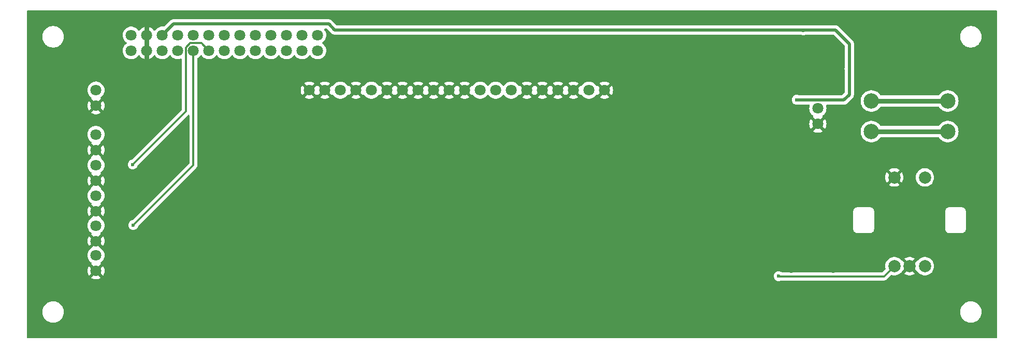
<source format=gbl>
%TF.GenerationSoftware,KiCad,Pcbnew,8.0.0-8.0.0-1~ubuntu23.10.1*%
%TF.CreationDate,2024-02-24T12:58:59+11:00*%
%TF.ProjectId,tbc_ui,7462635f-7569-42e6-9b69-6361645f7063,rev?*%
%TF.SameCoordinates,Original*%
%TF.FileFunction,Copper,L2,Bot*%
%TF.FilePolarity,Positive*%
%FSLAX46Y46*%
G04 Gerber Fmt 4.6, Leading zero omitted, Abs format (unit mm)*
G04 Created by KiCad (PCBNEW 8.0.0-8.0.0-1~ubuntu23.10.1) date 2024-02-24 12:58:59*
%MOMM*%
%LPD*%
G01*
G04 APERTURE LIST*
%TA.AperFunction,ComponentPad*%
%ADD10C,1.800000*%
%TD*%
%TA.AperFunction,ComponentPad*%
%ADD11C,2.500000*%
%TD*%
%TA.AperFunction,ComponentPad*%
%ADD12C,2.000000*%
%TD*%
%TA.AperFunction,ViaPad*%
%ADD13C,0.600000*%
%TD*%
%TA.AperFunction,Conductor*%
%ADD14C,0.800000*%
%TD*%
%TA.AperFunction,Conductor*%
%ADD15C,0.500000*%
%TD*%
%TA.AperFunction,Conductor*%
%ADD16C,0.300000*%
%TD*%
G04 APERTURE END LIST*
D10*
%TO.P,D5,1,Cathode*%
%TO.N,GND*%
X92000000Y-88520000D03*
%TO.P,D5,2,Anode*%
%TO.N,Net-(D5-Anode)*%
X92000000Y-85980000D03*
%TD*%
%TO.P,D10,1,Cathode*%
%TO.N,GND*%
X92000000Y-81270000D03*
%TO.P,D10,2,Anode*%
%TO.N,Net-(D10-Anode)*%
X92000000Y-78730000D03*
%TD*%
%TO.P,D4,1,Cathode*%
%TO.N,GND*%
X210000000Y-84270000D03*
%TO.P,D4,2,Anode*%
%TO.N,Net-(D4-Anode)*%
X210000000Y-81730000D03*
%TD*%
%TO.P,D8,1,Cathode*%
%TO.N,GND*%
X92000000Y-103411168D03*
%TO.P,D8,2,Anode*%
%TO.N,Net-(D8-Anode)*%
X92000000Y-100871168D03*
%TD*%
D11*
%TO.P,SW2,1,1*%
%TO.N,Net-(C4-Pad2)*%
X218750000Y-85500000D03*
%TO.P,SW2,2,2*%
X231250000Y-85500000D03*
%TO.P,SW2,3,3*%
%TO.N,Net-(U2-THR)*%
X218750000Y-80500000D03*
%TO.P,SW2,4,4*%
X231250000Y-80500000D03*
%TD*%
D10*
%TO.P,D9,1,Cathode*%
%TO.N,GND*%
X92000000Y-108270000D03*
%TO.P,D9,2,Anode*%
%TO.N,Net-(D9-Anode)*%
X92000000Y-105730000D03*
%TD*%
%TO.P,DS1,1,VSS*%
%TO.N,GND*%
X175130000Y-78750000D03*
%TO.P,DS1,2,VDD*%
%TO.N,+3V3*%
X172590000Y-78750000D03*
%TO.P,DS1,3,REG_VDD*%
%TO.N,GND*%
X170050000Y-78750000D03*
%TO.P,DS1,4,SA0*%
X167510000Y-78750000D03*
%TO.P,DS1,5,NC*%
X164970000Y-78750000D03*
%TO.P,DS1,6,NC*%
X162430000Y-78750000D03*
%TO.P,DS1,7,SCL*%
%TO.N,/SCL*%
X159890000Y-78750000D03*
%TO.P,DS1,8,SDA_IN*%
%TO.N,/SDA*%
X157350000Y-78750000D03*
%TO.P,DS1,9,SDA_OUT*%
X154810000Y-78750000D03*
%TO.P,DS1,10,NC*%
%TO.N,GND*%
X152270000Y-78750000D03*
%TO.P,DS1,11,NC*%
X149730000Y-78750000D03*
%TO.P,DS1,12,NC*%
X147190000Y-78750000D03*
%TO.P,DS1,13,NC*%
X144650000Y-78750000D03*
%TO.P,DS1,14,NC*%
X142110000Y-78750000D03*
%TO.P,DS1,15,NC*%
X139570000Y-78750000D03*
%TO.P,DS1,16,~{RES}*%
%TO.N,+3V3*%
X137030000Y-78750000D03*
%TO.P,DS1,17,BS0*%
%TO.N,GND*%
X134490000Y-78750000D03*
%TO.P,DS1,18,BS1*%
%TO.N,+3V3*%
X131950000Y-78750000D03*
%TO.P,DS1,19,BS2*%
%TO.N,GND*%
X129410000Y-78750000D03*
%TO.P,DS1,20,VSS*%
X126870000Y-78750000D03*
%TD*%
D12*
%TO.P,SW1,A,A*%
%TO.N,Net-(D1-A)*%
X222500000Y-107500000D03*
%TO.P,SW1,B,B*%
%TO.N,Net-(D3-A)*%
X227500000Y-107500000D03*
%TO.P,SW1,C,C*%
%TO.N,GND*%
X225000000Y-107500000D03*
%TO.P,SW1,S1,S1*%
X222500000Y-93000000D03*
%TO.P,SW1,S2,S2*%
%TO.N,Net-(D2-A)*%
X227500000Y-93000000D03*
%TD*%
D10*
%TO.P,D6,1,Cathode*%
%TO.N,GND*%
X92000000Y-93540000D03*
%TO.P,D6,2,Anode*%
%TO.N,Net-(D6-Anode)*%
X92000000Y-91000000D03*
%TD*%
%TO.P,D7,1,Cathode*%
%TO.N,GND*%
X92000000Y-98520000D03*
%TO.P,D7,2,Anode*%
%TO.N,Net-(D7-Anode)*%
X92000000Y-95980000D03*
%TD*%
%TO.P,J1,1,1*%
%TO.N,unconnected-(J1-Pad1)*%
X128240000Y-72270000D03*
%TO.P,J1,2,2*%
%TO.N,unconnected-(J1-Pad2)*%
X128240000Y-69730000D03*
%TO.P,J1,3,3*%
%TO.N,unconnected-(J1-Pad3)*%
X125700000Y-72270000D03*
%TO.P,J1,4,4*%
%TO.N,unconnected-(J1-Pad4)*%
X125700000Y-69730000D03*
%TO.P,J1,5,5*%
%TO.N,unconnected-(J1-Pad5)*%
X123160000Y-72270000D03*
%TO.P,J1,6,6*%
%TO.N,unconnected-(J1-Pad6)*%
X123160000Y-69730000D03*
%TO.P,J1,7,7*%
%TO.N,unconnected-(J1-Pad7)*%
X120620000Y-72270000D03*
%TO.P,J1,8,8*%
%TO.N,/RENC_A*%
X120620000Y-69730000D03*
%TO.P,J1,9,9*%
%TO.N,/RENC_B*%
X118080000Y-72270000D03*
%TO.P,J1,10,10*%
%TO.N,/RENC_SW*%
X118080000Y-69730000D03*
%TO.P,J1,11,11*%
%TO.N,unconnected-(J1-Pad11)*%
X115540000Y-72270000D03*
%TO.P,J1,12,12*%
%TO.N,unconnected-(J1-Pad12)*%
X115540000Y-69730000D03*
%TO.P,J1,13,13*%
%TO.N,unconnected-(J1-Pad13)*%
X113000000Y-72270000D03*
%TO.P,J1,14,14*%
%TO.N,/D_READY*%
X113000000Y-69730000D03*
%TO.P,J1,15,15*%
%TO.N,/D_SIGNAL*%
X110460000Y-72270000D03*
%TO.P,J1,16,16*%
%TO.N,/D_INTERLACED*%
X110460000Y-69730000D03*
%TO.P,J1,17,17*%
%TO.N,/D_50HZ*%
X107920000Y-72270000D03*
%TO.P,J1,18,18*%
%TO.N,/D_60HZ*%
X107920000Y-69730000D03*
%TO.P,J1,19,19*%
%TO.N,/SDA*%
X105380000Y-72270000D03*
%TO.P,J1,20,20*%
%TO.N,/SCL*%
X105380000Y-69730000D03*
%TO.P,J1,21,21*%
%TO.N,/FREEZE*%
X102840000Y-72270000D03*
%TO.P,J1,22,22*%
%TO.N,+5V*%
X102840000Y-69730000D03*
%TO.P,J1,23,23*%
%TO.N,GND*%
X100300000Y-72270000D03*
%TO.P,J1,24,24*%
X100300000Y-69730000D03*
%TO.P,J1,25,25*%
%TO.N,+3V3*%
X97760000Y-72270000D03*
%TO.P,J1,26,26*%
X97760000Y-69730000D03*
%TD*%
D13*
%TO.N,GND*%
X198650000Y-108225000D03*
X212535000Y-78615000D03*
X208500000Y-97350000D03*
X208450000Y-94850000D03*
X212150000Y-89850000D03*
X205650000Y-108350000D03*
X202050000Y-83600000D03*
X208450000Y-92260000D03*
X212550000Y-108350000D03*
X203850000Y-100550000D03*
X212350000Y-70650000D03*
%TO.N,+5V*%
X207630000Y-68950000D03*
X206550000Y-80300000D03*
X215150000Y-75250000D03*
%TO.N,Net-(D1-A)*%
X203600000Y-109150000D03*
%TO.N,/D_SIGNAL*%
X98000000Y-90900000D03*
%TO.N,/D_50HZ*%
X98100000Y-100800000D03*
%TD*%
D14*
%TO.N,GND*%
X100300000Y-72270000D02*
X100300000Y-74300000D01*
X100300000Y-69730000D02*
X100300000Y-68050000D01*
X100300000Y-69730000D02*
X100300000Y-72270000D01*
%TO.N,Net-(C4-Pad2)*%
X218750000Y-85500000D02*
X231250000Y-85500000D01*
D15*
%TO.N,+5V*%
X212900000Y-68900000D02*
X215150000Y-71150000D01*
X215150000Y-75250000D02*
X215150000Y-78050000D01*
X207630000Y-68950000D02*
X207680000Y-68900000D01*
X207630000Y-68950000D02*
X207580000Y-68900000D01*
X131050000Y-68900000D02*
X130050000Y-67900000D01*
X214250000Y-80350000D02*
X206600000Y-80350000D01*
X130050000Y-67900000D02*
X104670000Y-67900000D01*
X215150000Y-79450000D02*
X214250000Y-80350000D01*
X207580000Y-68900000D02*
X131050000Y-68900000D01*
X206600000Y-80350000D02*
X206550000Y-80300000D01*
X104670000Y-67900000D02*
X102840000Y-69730000D01*
X215150000Y-78050000D02*
X215150000Y-79450000D01*
X207680000Y-68900000D02*
X212900000Y-68900000D01*
X215150000Y-71150000D02*
X215150000Y-75250000D01*
D16*
%TO.N,Net-(D1-A)*%
X222500000Y-107500000D02*
X220800000Y-109200000D01*
X203650000Y-109200000D02*
X203600000Y-109150000D01*
X220800000Y-109200000D02*
X203650000Y-109200000D01*
%TO.N,/D_SIGNAL*%
X108437767Y-71020000D02*
X107402233Y-71020000D01*
X110460000Y-72270000D02*
X109210000Y-71020000D01*
X107402233Y-71020000D02*
X106670000Y-71752233D01*
X106670000Y-71752233D02*
X106670000Y-82230000D01*
X109210000Y-71020000D02*
X108437767Y-71020000D01*
X106670000Y-82230000D02*
X98000000Y-90900000D01*
%TO.N,/D_50HZ*%
X107920000Y-90980000D02*
X98100000Y-100800000D01*
X107920000Y-72270000D02*
X107920000Y-90980000D01*
D14*
%TO.N,Net-(U2-THR)*%
X218750000Y-80500000D02*
X231250000Y-80500000D01*
%TD*%
%TA.AperFunction,Conductor*%
%TO.N,GND*%
G36*
X100550000Y-71836988D02*
G01*
X100492993Y-71804075D01*
X100365826Y-71770000D01*
X100234174Y-71770000D01*
X100107007Y-71804075D01*
X100050000Y-71836988D01*
X100050000Y-70163012D01*
X100107007Y-70195925D01*
X100234174Y-70230000D01*
X100365826Y-70230000D01*
X100492993Y-70195925D01*
X100550000Y-70163012D01*
X100550000Y-71836988D01*
G37*
%TD.AperFunction*%
%TA.AperFunction,Conductor*%
G36*
X239242539Y-65720185D02*
G01*
X239288294Y-65772989D01*
X239299500Y-65824500D01*
X239299500Y-119175500D01*
X239279815Y-119242539D01*
X239227011Y-119288294D01*
X239175500Y-119299500D01*
X80824500Y-119299500D01*
X80757461Y-119279815D01*
X80711706Y-119227011D01*
X80700500Y-119175500D01*
X80700500Y-115114898D01*
X83247100Y-115114898D01*
X83277092Y-115342705D01*
X83336565Y-115564660D01*
X83424493Y-115776939D01*
X83424500Y-115776954D01*
X83539389Y-115975948D01*
X83679270Y-116158245D01*
X83679276Y-116158252D01*
X83841747Y-116320723D01*
X83841754Y-116320729D01*
X84024051Y-116460610D01*
X84223045Y-116575499D01*
X84223060Y-116575506D01*
X84314543Y-116613399D01*
X84435340Y-116663435D01*
X84657292Y-116722907D01*
X84885109Y-116752900D01*
X84885116Y-116752900D01*
X85114884Y-116752900D01*
X85114891Y-116752900D01*
X85342708Y-116722907D01*
X85564660Y-116663435D01*
X85776951Y-116575501D01*
X85975949Y-116460610D01*
X86158247Y-116320728D01*
X86320728Y-116158247D01*
X86460610Y-115975949D01*
X86575501Y-115776951D01*
X86663435Y-115564660D01*
X86722907Y-115342708D01*
X86752899Y-115114898D01*
X233247100Y-115114898D01*
X233277092Y-115342705D01*
X233336565Y-115564660D01*
X233424493Y-115776939D01*
X233424500Y-115776954D01*
X233539389Y-115975948D01*
X233679270Y-116158245D01*
X233679276Y-116158252D01*
X233841747Y-116320723D01*
X233841754Y-116320729D01*
X234024051Y-116460610D01*
X234223045Y-116575499D01*
X234223060Y-116575506D01*
X234314543Y-116613399D01*
X234435340Y-116663435D01*
X234657292Y-116722907D01*
X234885109Y-116752900D01*
X234885116Y-116752900D01*
X235114884Y-116752900D01*
X235114891Y-116752900D01*
X235342708Y-116722907D01*
X235564660Y-116663435D01*
X235776951Y-116575501D01*
X235975949Y-116460610D01*
X236158247Y-116320728D01*
X236320728Y-116158247D01*
X236460610Y-115975949D01*
X236575501Y-115776951D01*
X236663435Y-115564660D01*
X236722907Y-115342708D01*
X236752900Y-115114891D01*
X236752900Y-114885109D01*
X236722907Y-114657292D01*
X236663435Y-114435340D01*
X236575501Y-114223049D01*
X236460610Y-114024051D01*
X236320728Y-113841753D01*
X236320723Y-113841747D01*
X236158252Y-113679276D01*
X236158245Y-113679270D01*
X235975948Y-113539389D01*
X235776954Y-113424500D01*
X235776939Y-113424493D01*
X235564660Y-113336565D01*
X235342705Y-113277092D01*
X235114898Y-113247100D01*
X235114891Y-113247100D01*
X234885109Y-113247100D01*
X234885101Y-113247100D01*
X234657294Y-113277092D01*
X234435339Y-113336565D01*
X234223060Y-113424493D01*
X234223045Y-113424500D01*
X234024051Y-113539389D01*
X233841754Y-113679270D01*
X233841747Y-113679276D01*
X233679276Y-113841747D01*
X233679270Y-113841754D01*
X233539389Y-114024051D01*
X233424500Y-114223045D01*
X233424493Y-114223060D01*
X233336565Y-114435339D01*
X233277092Y-114657294D01*
X233247100Y-114885101D01*
X233247100Y-115114898D01*
X86752899Y-115114898D01*
X86752900Y-115114891D01*
X86752900Y-114885109D01*
X86722907Y-114657292D01*
X86663435Y-114435340D01*
X86575501Y-114223049D01*
X86460610Y-114024051D01*
X86320728Y-113841753D01*
X86320723Y-113841747D01*
X86158252Y-113679276D01*
X86158245Y-113679270D01*
X85975948Y-113539389D01*
X85776954Y-113424500D01*
X85776939Y-113424493D01*
X85564660Y-113336565D01*
X85342705Y-113277092D01*
X85114898Y-113247100D01*
X85114891Y-113247100D01*
X84885109Y-113247100D01*
X84885101Y-113247100D01*
X84657294Y-113277092D01*
X84435339Y-113336565D01*
X84223060Y-113424493D01*
X84223045Y-113424500D01*
X84024051Y-113539389D01*
X83841754Y-113679270D01*
X83841747Y-113679276D01*
X83679276Y-113841747D01*
X83679270Y-113841754D01*
X83539389Y-114024051D01*
X83424500Y-114223045D01*
X83424493Y-114223060D01*
X83336565Y-114435339D01*
X83277092Y-114657294D01*
X83247100Y-114885101D01*
X83247100Y-115114898D01*
X80700500Y-115114898D01*
X80700500Y-105730006D01*
X90594700Y-105730006D01*
X90613864Y-105961297D01*
X90613866Y-105961308D01*
X90670842Y-106186300D01*
X90764075Y-106398848D01*
X90891016Y-106593147D01*
X90891019Y-106593151D01*
X90891021Y-106593153D01*
X91048216Y-106763913D01*
X91226225Y-106902462D01*
X91267038Y-106959173D01*
X91270713Y-107028946D01*
X91236082Y-107089629D01*
X91226225Y-107098170D01*
X91201201Y-107117646D01*
X91201200Y-107117647D01*
X91911415Y-107827861D01*
X91826306Y-107850667D01*
X91723694Y-107909910D01*
X91639910Y-107993694D01*
X91580667Y-108096306D01*
X91557861Y-108181415D01*
X90848811Y-107472365D01*
X90764516Y-107601390D01*
X90671317Y-107813864D01*
X90614361Y-108038781D01*
X90595202Y-108269994D01*
X90595202Y-108270005D01*
X90614361Y-108501218D01*
X90671317Y-108726135D01*
X90764515Y-108938606D01*
X90848812Y-109067633D01*
X91557861Y-108358584D01*
X91580667Y-108443694D01*
X91639910Y-108546306D01*
X91723694Y-108630090D01*
X91826306Y-108689333D01*
X91911414Y-108712138D01*
X91201201Y-109422351D01*
X91231649Y-109446050D01*
X91435697Y-109556476D01*
X91435706Y-109556479D01*
X91655139Y-109631811D01*
X91883993Y-109670000D01*
X92116007Y-109670000D01*
X92344860Y-109631811D01*
X92564293Y-109556479D01*
X92564301Y-109556476D01*
X92768355Y-109446047D01*
X92798797Y-109422351D01*
X92798798Y-109422350D01*
X92526451Y-109150003D01*
X202794435Y-109150003D01*
X202814630Y-109329249D01*
X202814631Y-109329254D01*
X202874211Y-109499523D01*
X202909999Y-109556479D01*
X202970184Y-109652262D01*
X203097738Y-109779816D01*
X203170444Y-109825500D01*
X203250474Y-109875787D01*
X203250478Y-109875789D01*
X203420745Y-109935368D01*
X203420750Y-109935369D01*
X203599996Y-109955565D01*
X203600000Y-109955565D01*
X203600004Y-109955565D01*
X203779249Y-109935369D01*
X203779252Y-109935368D01*
X203779255Y-109935368D01*
X203949522Y-109875789D01*
X203950488Y-109875181D01*
X203959523Y-109869506D01*
X204025494Y-109850500D01*
X220864071Y-109850500D01*
X220948615Y-109833682D01*
X220989744Y-109825501D01*
X221108127Y-109776465D01*
X221128734Y-109762696D01*
X221214669Y-109705277D01*
X221949091Y-108970853D01*
X222010412Y-108937370D01*
X222077032Y-108941254D01*
X222101520Y-108949661D01*
X222130385Y-108959571D01*
X222375665Y-109000500D01*
X222624335Y-109000500D01*
X222869614Y-108959571D01*
X223104810Y-108878828D01*
X223323509Y-108760474D01*
X223519744Y-108607738D01*
X223688164Y-108424785D01*
X223688169Y-108424777D01*
X223691311Y-108420741D01*
X223693050Y-108422094D01*
X223739095Y-108382764D01*
X223768378Y-108378069D01*
X224517037Y-107629409D01*
X224534075Y-107692993D01*
X224599901Y-107807007D01*
X224692993Y-107900099D01*
X224807007Y-107965925D01*
X224870590Y-107982962D01*
X224129942Y-108723609D01*
X224176768Y-108760055D01*
X224176770Y-108760056D01*
X224395385Y-108878364D01*
X224395396Y-108878369D01*
X224630506Y-108959083D01*
X224875707Y-109000000D01*
X225124293Y-109000000D01*
X225369493Y-108959083D01*
X225604603Y-108878369D01*
X225604614Y-108878364D01*
X225823228Y-108760057D01*
X225823231Y-108760055D01*
X225870056Y-108723609D01*
X225129409Y-107982962D01*
X225192993Y-107965925D01*
X225307007Y-107900099D01*
X225400099Y-107807007D01*
X225465925Y-107692993D01*
X225482962Y-107629409D01*
X226232625Y-108379073D01*
X226266111Y-108385244D01*
X226307122Y-108421949D01*
X226308683Y-108420735D01*
X226311830Y-108424779D01*
X226311836Y-108424785D01*
X226480256Y-108607738D01*
X226676491Y-108760474D01*
X226676493Y-108760475D01*
X226894332Y-108878364D01*
X226895190Y-108878828D01*
X227114141Y-108953994D01*
X227128964Y-108959083D01*
X227130386Y-108959571D01*
X227375665Y-109000500D01*
X227624335Y-109000500D01*
X227869614Y-108959571D01*
X228104810Y-108878828D01*
X228323509Y-108760474D01*
X228519744Y-108607738D01*
X228688164Y-108424785D01*
X228824173Y-108216607D01*
X228924063Y-107988881D01*
X228985108Y-107747821D01*
X228989651Y-107692993D01*
X229005643Y-107500005D01*
X229005643Y-107499994D01*
X228985109Y-107252187D01*
X228985107Y-107252175D01*
X228924063Y-107011118D01*
X228824173Y-106783393D01*
X228688166Y-106575217D01*
X228666557Y-106551744D01*
X228519744Y-106392262D01*
X228323509Y-106239526D01*
X228323507Y-106239525D01*
X228323506Y-106239524D01*
X228104811Y-106121172D01*
X228104802Y-106121169D01*
X227869616Y-106040429D01*
X227624335Y-105999500D01*
X227375665Y-105999500D01*
X227130383Y-106040429D01*
X226895197Y-106121169D01*
X226895188Y-106121172D01*
X226676493Y-106239524D01*
X226480257Y-106392261D01*
X226311837Y-106575213D01*
X226308690Y-106579258D01*
X226306973Y-106577922D01*
X226260771Y-106617294D01*
X226231596Y-106621954D01*
X225482962Y-107370589D01*
X225465925Y-107307007D01*
X225400099Y-107192993D01*
X225307007Y-107099901D01*
X225192993Y-107034075D01*
X225129410Y-107017037D01*
X225870057Y-106276390D01*
X225870056Y-106276389D01*
X225823229Y-106239943D01*
X225604614Y-106121635D01*
X225604603Y-106121630D01*
X225369493Y-106040916D01*
X225124293Y-106000000D01*
X224875707Y-106000000D01*
X224630506Y-106040916D01*
X224395396Y-106121630D01*
X224395390Y-106121632D01*
X224176761Y-106239949D01*
X224129942Y-106276388D01*
X224129942Y-106276390D01*
X224870590Y-107017037D01*
X224807007Y-107034075D01*
X224692993Y-107099901D01*
X224599901Y-107192993D01*
X224534075Y-107307007D01*
X224517037Y-107370589D01*
X223767372Y-106620924D01*
X223733885Y-106614752D01*
X223692873Y-106578053D01*
X223691317Y-106579265D01*
X223688169Y-106575220D01*
X223642865Y-106526007D01*
X223519744Y-106392262D01*
X223323509Y-106239526D01*
X223323507Y-106239525D01*
X223323506Y-106239524D01*
X223104811Y-106121172D01*
X223104802Y-106121169D01*
X222869616Y-106040429D01*
X222624335Y-105999500D01*
X222375665Y-105999500D01*
X222130383Y-106040429D01*
X221895197Y-106121169D01*
X221895188Y-106121172D01*
X221676493Y-106239524D01*
X221480257Y-106392261D01*
X221311833Y-106575217D01*
X221175826Y-106783393D01*
X221075936Y-107011118D01*
X221014892Y-107252175D01*
X221014890Y-107252187D01*
X220994357Y-107499994D01*
X220994357Y-107500005D01*
X221014890Y-107747812D01*
X221014892Y-107747824D01*
X221061719Y-107932737D01*
X221059094Y-108002557D01*
X221029194Y-108050858D01*
X220566873Y-108513181D01*
X220505550Y-108546666D01*
X220479192Y-108549500D01*
X204182412Y-108549500D01*
X204115373Y-108529815D01*
X204105097Y-108522445D01*
X204102263Y-108520185D01*
X204102262Y-108520184D01*
X204045496Y-108484515D01*
X203949523Y-108424211D01*
X203779254Y-108364631D01*
X203779249Y-108364630D01*
X203600004Y-108344435D01*
X203599996Y-108344435D01*
X203420750Y-108364630D01*
X203420745Y-108364631D01*
X203250476Y-108424211D01*
X203097737Y-108520184D01*
X202970184Y-108647737D01*
X202874211Y-108800476D01*
X202814631Y-108970745D01*
X202814630Y-108970750D01*
X202794435Y-109149996D01*
X202794435Y-109150003D01*
X92526451Y-109150003D01*
X92088585Y-108712137D01*
X92173694Y-108689333D01*
X92276306Y-108630090D01*
X92360090Y-108546306D01*
X92419333Y-108443694D01*
X92442138Y-108358585D01*
X93151186Y-109067633D01*
X93235482Y-108938611D01*
X93328682Y-108726135D01*
X93385638Y-108501218D01*
X93404798Y-108270005D01*
X93404798Y-108269994D01*
X93385638Y-108038781D01*
X93328682Y-107813864D01*
X93235484Y-107601393D01*
X93151186Y-107472365D01*
X92442137Y-108181414D01*
X92419333Y-108096306D01*
X92360090Y-107993694D01*
X92276306Y-107909910D01*
X92173694Y-107850667D01*
X92088584Y-107827861D01*
X92798797Y-107117647D01*
X92798797Y-107117646D01*
X92773773Y-107098169D01*
X92732961Y-107041459D01*
X92729286Y-106971686D01*
X92763918Y-106911003D01*
X92773760Y-106902473D01*
X92951784Y-106763913D01*
X93108979Y-106593153D01*
X93118053Y-106579265D01*
X93122832Y-106571948D01*
X93235924Y-106398849D01*
X93329157Y-106186300D01*
X93386134Y-105961305D01*
X93405300Y-105730000D01*
X93405300Y-105729993D01*
X93386135Y-105498702D01*
X93386133Y-105498691D01*
X93329157Y-105273699D01*
X93235924Y-105061151D01*
X93108983Y-104866852D01*
X93108980Y-104866849D01*
X93108979Y-104866847D01*
X92951784Y-104696087D01*
X92849652Y-104616595D01*
X92839257Y-104602150D01*
X92838343Y-104603065D01*
X92088585Y-103853305D01*
X92173694Y-103830501D01*
X92276306Y-103771258D01*
X92360090Y-103687474D01*
X92419333Y-103584862D01*
X92442138Y-103499753D01*
X93151186Y-104208801D01*
X93235482Y-104079779D01*
X93328682Y-103867303D01*
X93385638Y-103642386D01*
X93404798Y-103411173D01*
X93404798Y-103411162D01*
X93385638Y-103179949D01*
X93328682Y-102955032D01*
X93235484Y-102742561D01*
X93151186Y-102613533D01*
X92442137Y-103322582D01*
X92419333Y-103237474D01*
X92360090Y-103134862D01*
X92276306Y-103051078D01*
X92173694Y-102991835D01*
X92088584Y-102969029D01*
X92798797Y-102258815D01*
X92798797Y-102258814D01*
X92773773Y-102239337D01*
X92732961Y-102182627D01*
X92729286Y-102112854D01*
X92763918Y-102052171D01*
X92773760Y-102043641D01*
X92951784Y-101905081D01*
X93108979Y-101734321D01*
X93110624Y-101731804D01*
X93193905Y-101604332D01*
X93235924Y-101540017D01*
X93329157Y-101327468D01*
X93386134Y-101102473D01*
X93396344Y-100979254D01*
X93405300Y-100871174D01*
X93405300Y-100871161D01*
X93386135Y-100639870D01*
X93386133Y-100639859D01*
X93329157Y-100414867D01*
X93235924Y-100202319D01*
X93108983Y-100008020D01*
X93108980Y-100008017D01*
X93108979Y-100008015D01*
X92951784Y-99837255D01*
X92951779Y-99837251D01*
X92951777Y-99837249D01*
X92847739Y-99756273D01*
X92806926Y-99699563D01*
X92803845Y-99677399D01*
X92088585Y-98962137D01*
X92173694Y-98939333D01*
X92276306Y-98880090D01*
X92360090Y-98796306D01*
X92419333Y-98693694D01*
X92442138Y-98608585D01*
X93151186Y-99317633D01*
X93235482Y-99188611D01*
X93328682Y-98976135D01*
X93385638Y-98751218D01*
X93404798Y-98520005D01*
X93404798Y-98519994D01*
X93385638Y-98288781D01*
X93328682Y-98063864D01*
X93235484Y-97851393D01*
X93151186Y-97722365D01*
X92442137Y-98431414D01*
X92419333Y-98346306D01*
X92360090Y-98243694D01*
X92276306Y-98159910D01*
X92173694Y-98100667D01*
X92088584Y-98077861D01*
X92798797Y-97367647D01*
X92798797Y-97367646D01*
X92773773Y-97348169D01*
X92732961Y-97291459D01*
X92729286Y-97221686D01*
X92763918Y-97161003D01*
X92773760Y-97152473D01*
X92951784Y-97013913D01*
X93108979Y-96843153D01*
X93235924Y-96648849D01*
X93329157Y-96436300D01*
X93386134Y-96211305D01*
X93405300Y-95980000D01*
X93405300Y-95979993D01*
X93386135Y-95748702D01*
X93386133Y-95748691D01*
X93329157Y-95523699D01*
X93235924Y-95311151D01*
X93108983Y-95116852D01*
X93108980Y-95116849D01*
X93108979Y-95116847D01*
X92951784Y-94946087D01*
X92838012Y-94857535D01*
X92797200Y-94800825D01*
X92793525Y-94731052D01*
X92796745Y-94725408D01*
X92798798Y-94692350D01*
X92088585Y-93982137D01*
X92173694Y-93959333D01*
X92276306Y-93900090D01*
X92360090Y-93816306D01*
X92419333Y-93713694D01*
X92442138Y-93628585D01*
X93151186Y-94337633D01*
X93235482Y-94208611D01*
X93328682Y-93996135D01*
X93385638Y-93771218D01*
X93404798Y-93540005D01*
X93404798Y-93539994D01*
X93385638Y-93308781D01*
X93328682Y-93083864D01*
X93235484Y-92871393D01*
X93151186Y-92742365D01*
X92442137Y-93451414D01*
X92419333Y-93366306D01*
X92360090Y-93263694D01*
X92276306Y-93179910D01*
X92173694Y-93120667D01*
X92088584Y-93097861D01*
X92798797Y-92387647D01*
X92798797Y-92387646D01*
X92773773Y-92368169D01*
X92732961Y-92311459D01*
X92729286Y-92241686D01*
X92763918Y-92181003D01*
X92773760Y-92172473D01*
X92951784Y-92033913D01*
X93108979Y-91863153D01*
X93235924Y-91668849D01*
X93329157Y-91456300D01*
X93386134Y-91231305D01*
X93398733Y-91079254D01*
X93405300Y-91000006D01*
X93405300Y-90999993D01*
X93386135Y-90768702D01*
X93386133Y-90768691D01*
X93329157Y-90543699D01*
X93235924Y-90331151D01*
X93108983Y-90136852D01*
X93108980Y-90136849D01*
X93108979Y-90136847D01*
X92951784Y-89966087D01*
X92951779Y-89966083D01*
X92951777Y-89966081D01*
X92812317Y-89857535D01*
X92771504Y-89800825D01*
X92767829Y-89731052D01*
X92798489Y-89677328D01*
X92798798Y-89672350D01*
X92088585Y-88962137D01*
X92173694Y-88939333D01*
X92276306Y-88880090D01*
X92360090Y-88796306D01*
X92419333Y-88693694D01*
X92442138Y-88608585D01*
X93151186Y-89317633D01*
X93235482Y-89188611D01*
X93328682Y-88976135D01*
X93385638Y-88751218D01*
X93404798Y-88520005D01*
X93404798Y-88519994D01*
X93385638Y-88288781D01*
X93328682Y-88063864D01*
X93235484Y-87851393D01*
X93151186Y-87722365D01*
X92442137Y-88431414D01*
X92419333Y-88346306D01*
X92360090Y-88243694D01*
X92276306Y-88159910D01*
X92173694Y-88100667D01*
X92088584Y-88077861D01*
X92798797Y-87367647D01*
X92798797Y-87367646D01*
X92773773Y-87348169D01*
X92732961Y-87291459D01*
X92729286Y-87221686D01*
X92763918Y-87161003D01*
X92773760Y-87152473D01*
X92951784Y-87013913D01*
X93108979Y-86843153D01*
X93235924Y-86648849D01*
X93329157Y-86436300D01*
X93386134Y-86211305D01*
X93386135Y-86211297D01*
X93405300Y-85980006D01*
X93405300Y-85979993D01*
X93386135Y-85748702D01*
X93386133Y-85748691D01*
X93329157Y-85523699D01*
X93235924Y-85311151D01*
X93108983Y-85116852D01*
X93108980Y-85116849D01*
X93108979Y-85116847D01*
X92951784Y-84946087D01*
X92951779Y-84946083D01*
X92951777Y-84946081D01*
X92768634Y-84803535D01*
X92768628Y-84803531D01*
X92564504Y-84693064D01*
X92564495Y-84693061D01*
X92344984Y-84617702D01*
X92153299Y-84585716D01*
X92116049Y-84579500D01*
X91883951Y-84579500D01*
X91846701Y-84585716D01*
X91655015Y-84617702D01*
X91435504Y-84693061D01*
X91435495Y-84693064D01*
X91231371Y-84803531D01*
X91231365Y-84803535D01*
X91048222Y-84946081D01*
X91048219Y-84946084D01*
X90891016Y-85116852D01*
X90764075Y-85311151D01*
X90670842Y-85523699D01*
X90613866Y-85748691D01*
X90613864Y-85748702D01*
X90594700Y-85979993D01*
X90594700Y-85980006D01*
X90613864Y-86211297D01*
X90613866Y-86211308D01*
X90670842Y-86436300D01*
X90764075Y-86648848D01*
X90891016Y-86843147D01*
X90891019Y-86843151D01*
X90891021Y-86843153D01*
X91048216Y-87013913D01*
X91226225Y-87152462D01*
X91267038Y-87209173D01*
X91270713Y-87278946D01*
X91236082Y-87339629D01*
X91226225Y-87348170D01*
X91201201Y-87367646D01*
X91201200Y-87367647D01*
X91911415Y-88077861D01*
X91826306Y-88100667D01*
X91723694Y-88159910D01*
X91639910Y-88243694D01*
X91580667Y-88346306D01*
X91557861Y-88431415D01*
X90848811Y-87722365D01*
X90764516Y-87851390D01*
X90671317Y-88063864D01*
X90614361Y-88288781D01*
X90595202Y-88519994D01*
X90595202Y-88520005D01*
X90614361Y-88751218D01*
X90671317Y-88976135D01*
X90764515Y-89188606D01*
X90848812Y-89317633D01*
X91557861Y-88608584D01*
X91580667Y-88693694D01*
X91639910Y-88796306D01*
X91723694Y-88880090D01*
X91826306Y-88939333D01*
X91911414Y-88962138D01*
X91201201Y-89672351D01*
X91201762Y-89681394D01*
X91228495Y-89718539D01*
X91232169Y-89788312D01*
X91197537Y-89848995D01*
X91187682Y-89857535D01*
X91048218Y-89966085D01*
X90891016Y-90136852D01*
X90764075Y-90331151D01*
X90670842Y-90543699D01*
X90613866Y-90768691D01*
X90613864Y-90768702D01*
X90594700Y-90999993D01*
X90594700Y-91000006D01*
X90613864Y-91231297D01*
X90613866Y-91231308D01*
X90670842Y-91456300D01*
X90764075Y-91668848D01*
X90891016Y-91863147D01*
X90891019Y-91863151D01*
X90891021Y-91863153D01*
X91048216Y-92033913D01*
X91226225Y-92172462D01*
X91267038Y-92229173D01*
X91270713Y-92298946D01*
X91236082Y-92359629D01*
X91226225Y-92368170D01*
X91201201Y-92387646D01*
X91201200Y-92387647D01*
X91911415Y-93097861D01*
X91826306Y-93120667D01*
X91723694Y-93179910D01*
X91639910Y-93263694D01*
X91580667Y-93366306D01*
X91557861Y-93451415D01*
X90848811Y-92742365D01*
X90764516Y-92871390D01*
X90671317Y-93083864D01*
X90614361Y-93308781D01*
X90595202Y-93539994D01*
X90595202Y-93540005D01*
X90614361Y-93771218D01*
X90671317Y-93996135D01*
X90764515Y-94208606D01*
X90848812Y-94337633D01*
X91557861Y-93628584D01*
X91580667Y-93713694D01*
X91639910Y-93816306D01*
X91723694Y-93900090D01*
X91826306Y-93959333D01*
X91911414Y-93982138D01*
X91201201Y-94692351D01*
X91204667Y-94748170D01*
X91204360Y-94748189D01*
X91206476Y-94788303D01*
X91171849Y-94848988D01*
X91161987Y-94857535D01*
X91048218Y-94946085D01*
X90891016Y-95116852D01*
X90764075Y-95311151D01*
X90670842Y-95523699D01*
X90613866Y-95748691D01*
X90613864Y-95748702D01*
X90594700Y-95979993D01*
X90594700Y-95980006D01*
X90613864Y-96211297D01*
X90613866Y-96211308D01*
X90670842Y-96436300D01*
X90764075Y-96648848D01*
X90891016Y-96843147D01*
X90891019Y-96843151D01*
X90891021Y-96843153D01*
X91048216Y-97013913D01*
X91226225Y-97152462D01*
X91267038Y-97209173D01*
X91270713Y-97278946D01*
X91236082Y-97339629D01*
X91226225Y-97348170D01*
X91201201Y-97367646D01*
X91201200Y-97367647D01*
X91911415Y-98077861D01*
X91826306Y-98100667D01*
X91723694Y-98159910D01*
X91639910Y-98243694D01*
X91580667Y-98346306D01*
X91557861Y-98431415D01*
X90848811Y-97722365D01*
X90764516Y-97851390D01*
X90671317Y-98063864D01*
X90614361Y-98288781D01*
X90595202Y-98519994D01*
X90595202Y-98520005D01*
X90614361Y-98751218D01*
X90671317Y-98976135D01*
X90764515Y-99188606D01*
X90848812Y-99317633D01*
X91557861Y-98608584D01*
X91580667Y-98693694D01*
X91639910Y-98796306D01*
X91723694Y-98880090D01*
X91826306Y-98939333D01*
X91911414Y-98962138D01*
X91193101Y-99680451D01*
X91184365Y-99718869D01*
X91152260Y-99756274D01*
X91048218Y-99837253D01*
X90891016Y-100008020D01*
X90764075Y-100202319D01*
X90670842Y-100414867D01*
X90613866Y-100639859D01*
X90613864Y-100639870D01*
X90594700Y-100871161D01*
X90594700Y-100871174D01*
X90613864Y-101102465D01*
X90613866Y-101102476D01*
X90670842Y-101327468D01*
X90764075Y-101540016D01*
X90891016Y-101734315D01*
X90891019Y-101734319D01*
X90891021Y-101734321D01*
X91048216Y-101905081D01*
X91226225Y-102043630D01*
X91267038Y-102100341D01*
X91270713Y-102170114D01*
X91236082Y-102230797D01*
X91226225Y-102239338D01*
X91201201Y-102258814D01*
X91201200Y-102258815D01*
X91911415Y-102969029D01*
X91826306Y-102991835D01*
X91723694Y-103051078D01*
X91639910Y-103134862D01*
X91580667Y-103237474D01*
X91557861Y-103322583D01*
X90848811Y-102613533D01*
X90764516Y-102742558D01*
X90671317Y-102955032D01*
X90614361Y-103179949D01*
X90595202Y-103411162D01*
X90595202Y-103411173D01*
X90614361Y-103642386D01*
X90671317Y-103867303D01*
X90764515Y-104079774D01*
X90848812Y-104208801D01*
X91557861Y-103499752D01*
X91580667Y-103584862D01*
X91639910Y-103687474D01*
X91723694Y-103771258D01*
X91826306Y-103830501D01*
X91911414Y-103853306D01*
X91163805Y-104600915D01*
X91150346Y-104616595D01*
X91048218Y-104696085D01*
X90891016Y-104866852D01*
X90764075Y-105061151D01*
X90670842Y-105273699D01*
X90613866Y-105498691D01*
X90613864Y-105498702D01*
X90594700Y-105729993D01*
X90594700Y-105730006D01*
X80700500Y-105730006D01*
X80700500Y-78730006D01*
X90594700Y-78730006D01*
X90613864Y-78961297D01*
X90613866Y-78961308D01*
X90670842Y-79186300D01*
X90764075Y-79398848D01*
X90891016Y-79593147D01*
X90891019Y-79593151D01*
X90891021Y-79593153D01*
X91048216Y-79763913D01*
X91226081Y-79902350D01*
X91226225Y-79902462D01*
X91267038Y-79959173D01*
X91270713Y-80028946D01*
X91236082Y-80089629D01*
X91226225Y-80098170D01*
X91201201Y-80117646D01*
X91201200Y-80117647D01*
X91911415Y-80827861D01*
X91826306Y-80850667D01*
X91723694Y-80909910D01*
X91639910Y-80993694D01*
X91580667Y-81096306D01*
X91557861Y-81181415D01*
X90848811Y-80472365D01*
X90764516Y-80601390D01*
X90671317Y-80813864D01*
X90614361Y-81038781D01*
X90595202Y-81269994D01*
X90595202Y-81270005D01*
X90614361Y-81501218D01*
X90671317Y-81726135D01*
X90764515Y-81938606D01*
X90848812Y-82067633D01*
X91557861Y-81358584D01*
X91580667Y-81443694D01*
X91639910Y-81546306D01*
X91723694Y-81630090D01*
X91826306Y-81689333D01*
X91911414Y-81712138D01*
X91201201Y-82422351D01*
X91231649Y-82446050D01*
X91435697Y-82556476D01*
X91435706Y-82556479D01*
X91655139Y-82631811D01*
X91883993Y-82670000D01*
X92116007Y-82670000D01*
X92344860Y-82631811D01*
X92564293Y-82556479D01*
X92564301Y-82556476D01*
X92768355Y-82446047D01*
X92798797Y-82422351D01*
X92798798Y-82422350D01*
X92088585Y-81712137D01*
X92173694Y-81689333D01*
X92276306Y-81630090D01*
X92360090Y-81546306D01*
X92419333Y-81443694D01*
X92442138Y-81358585D01*
X93151186Y-82067633D01*
X93235482Y-81938611D01*
X93328682Y-81726135D01*
X93385638Y-81501218D01*
X93404798Y-81270005D01*
X93404798Y-81269994D01*
X93385638Y-81038781D01*
X93328682Y-80813864D01*
X93235484Y-80601393D01*
X93151186Y-80472365D01*
X92442137Y-81181414D01*
X92419333Y-81096306D01*
X92360090Y-80993694D01*
X92276306Y-80909910D01*
X92173694Y-80850667D01*
X92088584Y-80827861D01*
X92798797Y-80117647D01*
X92798797Y-80117646D01*
X92773773Y-80098169D01*
X92732961Y-80041459D01*
X92729286Y-79971686D01*
X92763918Y-79911003D01*
X92773760Y-79902473D01*
X92951784Y-79763913D01*
X93108979Y-79593153D01*
X93235924Y-79398849D01*
X93329157Y-79186300D01*
X93386134Y-78961305D01*
X93386135Y-78961297D01*
X93405300Y-78730006D01*
X93405300Y-78729993D01*
X93386135Y-78498702D01*
X93386133Y-78498691D01*
X93329157Y-78273699D01*
X93235924Y-78061151D01*
X93108983Y-77866852D01*
X93108980Y-77866849D01*
X93108979Y-77866847D01*
X92951784Y-77696087D01*
X92951779Y-77696083D01*
X92951777Y-77696081D01*
X92768634Y-77553535D01*
X92768628Y-77553531D01*
X92564504Y-77443064D01*
X92564495Y-77443061D01*
X92344984Y-77367702D01*
X92173282Y-77339050D01*
X92116049Y-77329500D01*
X91883951Y-77329500D01*
X91838164Y-77337140D01*
X91655015Y-77367702D01*
X91435504Y-77443061D01*
X91435495Y-77443064D01*
X91231371Y-77553531D01*
X91231365Y-77553535D01*
X91048222Y-77696081D01*
X91048219Y-77696084D01*
X90891016Y-77866852D01*
X90764075Y-78061151D01*
X90670842Y-78273699D01*
X90613866Y-78498691D01*
X90613864Y-78498702D01*
X90594700Y-78729993D01*
X90594700Y-78730006D01*
X80700500Y-78730006D01*
X80700500Y-72270006D01*
X96354700Y-72270006D01*
X96373864Y-72501297D01*
X96373866Y-72501308D01*
X96430842Y-72726300D01*
X96524075Y-72938848D01*
X96651016Y-73133147D01*
X96651019Y-73133151D01*
X96651021Y-73133153D01*
X96808216Y-73303913D01*
X96808219Y-73303915D01*
X96808222Y-73303918D01*
X96991365Y-73446464D01*
X96991371Y-73446468D01*
X96991374Y-73446470D01*
X97044516Y-73475229D01*
X97194652Y-73556479D01*
X97195497Y-73556936D01*
X97284763Y-73587581D01*
X97415015Y-73632297D01*
X97415017Y-73632297D01*
X97415019Y-73632298D01*
X97643951Y-73670500D01*
X97643952Y-73670500D01*
X97876048Y-73670500D01*
X97876049Y-73670500D01*
X98104981Y-73632298D01*
X98324503Y-73556936D01*
X98528626Y-73446470D01*
X98529170Y-73446047D01*
X98590129Y-73398600D01*
X98711784Y-73303913D01*
X98868979Y-73133153D01*
X98926490Y-73045124D01*
X98979635Y-72999769D01*
X99048866Y-72990345D01*
X99112202Y-73019846D01*
X99134107Y-73045126D01*
X99191414Y-73132842D01*
X99348558Y-73303545D01*
X99348562Y-73303548D01*
X99531644Y-73446047D01*
X99531648Y-73446050D01*
X99735697Y-73556476D01*
X99735706Y-73556479D01*
X99955139Y-73631811D01*
X100049999Y-73647640D01*
X100050000Y-73647639D01*
X100050000Y-72703012D01*
X100107007Y-72735925D01*
X100234174Y-72770000D01*
X100365826Y-72770000D01*
X100492993Y-72735925D01*
X100550000Y-72703012D01*
X100550000Y-73647640D01*
X100644860Y-73631811D01*
X100864293Y-73556479D01*
X100864302Y-73556476D01*
X101068351Y-73446050D01*
X101068355Y-73446047D01*
X101251437Y-73303548D01*
X101251441Y-73303545D01*
X101408584Y-73132842D01*
X101465892Y-73045126D01*
X101519038Y-72999769D01*
X101588269Y-72990345D01*
X101651605Y-73019846D01*
X101673510Y-73045126D01*
X101731016Y-73133147D01*
X101731019Y-73133151D01*
X101731021Y-73133153D01*
X101888216Y-73303913D01*
X101888219Y-73303915D01*
X101888222Y-73303918D01*
X102071365Y-73446464D01*
X102071371Y-73446468D01*
X102071374Y-73446470D01*
X102124516Y-73475229D01*
X102274652Y-73556479D01*
X102275497Y-73556936D01*
X102364763Y-73587581D01*
X102495015Y-73632297D01*
X102495017Y-73632297D01*
X102495019Y-73632298D01*
X102723951Y-73670500D01*
X102723952Y-73670500D01*
X102956048Y-73670500D01*
X102956049Y-73670500D01*
X103184981Y-73632298D01*
X103404503Y-73556936D01*
X103608626Y-73446470D01*
X103609170Y-73446047D01*
X103670129Y-73398600D01*
X103791784Y-73303913D01*
X103948979Y-73133153D01*
X104006191Y-73045582D01*
X104059337Y-73000226D01*
X104128568Y-72990802D01*
X104191904Y-73020304D01*
X104213809Y-73045583D01*
X104271016Y-73133147D01*
X104271019Y-73133151D01*
X104271021Y-73133153D01*
X104428216Y-73303913D01*
X104428219Y-73303915D01*
X104428222Y-73303918D01*
X104611365Y-73446464D01*
X104611371Y-73446468D01*
X104611374Y-73446470D01*
X104664516Y-73475229D01*
X104814652Y-73556479D01*
X104815497Y-73556936D01*
X104904763Y-73587581D01*
X105035015Y-73632297D01*
X105035017Y-73632297D01*
X105035019Y-73632298D01*
X105263951Y-73670500D01*
X105263952Y-73670500D01*
X105496048Y-73670500D01*
X105496049Y-73670500D01*
X105724981Y-73632298D01*
X105855237Y-73587580D01*
X105925035Y-73584431D01*
X105985457Y-73619517D01*
X106017317Y-73681699D01*
X106019500Y-73704862D01*
X106019500Y-81909191D01*
X105999815Y-81976230D01*
X105983181Y-81996872D01*
X97901775Y-90078277D01*
X97840452Y-90111762D01*
X97827988Y-90113815D01*
X97820752Y-90114630D01*
X97820744Y-90114632D01*
X97650478Y-90174210D01*
X97497737Y-90270184D01*
X97370184Y-90397737D01*
X97274211Y-90550476D01*
X97214631Y-90720745D01*
X97214630Y-90720750D01*
X97194435Y-90899996D01*
X97194435Y-90900003D01*
X97214630Y-91079249D01*
X97214631Y-91079254D01*
X97274211Y-91249523D01*
X97365412Y-91394668D01*
X97370184Y-91402262D01*
X97497738Y-91529816D01*
X97650478Y-91625789D01*
X97820745Y-91685368D01*
X97820750Y-91685369D01*
X97999996Y-91705565D01*
X98000000Y-91705565D01*
X98000004Y-91705565D01*
X98179249Y-91685369D01*
X98179252Y-91685368D01*
X98179255Y-91685368D01*
X98349522Y-91625789D01*
X98502262Y-91529816D01*
X98629816Y-91402262D01*
X98725789Y-91249522D01*
X98785368Y-91079255D01*
X98786182Y-91072025D01*
X98813245Y-91007611D01*
X98821712Y-90998232D01*
X107057819Y-82762127D01*
X107119142Y-82728642D01*
X107188834Y-82733626D01*
X107244767Y-82775498D01*
X107269184Y-82840962D01*
X107269500Y-82849808D01*
X107269500Y-90659191D01*
X107249815Y-90726230D01*
X107233181Y-90746872D01*
X98001775Y-99978277D01*
X97940452Y-100011762D01*
X97927988Y-100013815D01*
X97920752Y-100014630D01*
X97920744Y-100014632D01*
X97750478Y-100074210D01*
X97597737Y-100170184D01*
X97470184Y-100297737D01*
X97374211Y-100450476D01*
X97314631Y-100620745D01*
X97314630Y-100620750D01*
X97294435Y-100799996D01*
X97294435Y-100800003D01*
X97314630Y-100979249D01*
X97314631Y-100979254D01*
X97374211Y-101149523D01*
X97470184Y-101302262D01*
X97597738Y-101429816D01*
X97750478Y-101525789D01*
X97920745Y-101585368D01*
X97920750Y-101585369D01*
X98099996Y-101605565D01*
X98100000Y-101605565D01*
X98100004Y-101605565D01*
X98279249Y-101585369D01*
X98279252Y-101585368D01*
X98279255Y-101585368D01*
X98449522Y-101525789D01*
X98539909Y-101468995D01*
X215799499Y-101468995D01*
X215826418Y-101604322D01*
X215826421Y-101604332D01*
X215879221Y-101731804D01*
X215879228Y-101731817D01*
X215955885Y-101846541D01*
X215955888Y-101846545D01*
X216053454Y-101944111D01*
X216053458Y-101944114D01*
X216168182Y-102020771D01*
X216168195Y-102020778D01*
X216295667Y-102073578D01*
X216295672Y-102073580D01*
X216295676Y-102073580D01*
X216295677Y-102073581D01*
X216431004Y-102100500D01*
X216431007Y-102100500D01*
X218568995Y-102100500D01*
X218660041Y-102082389D01*
X218704328Y-102073580D01*
X218831811Y-102020775D01*
X218946542Y-101944114D01*
X219044114Y-101846542D01*
X219120775Y-101731811D01*
X219173580Y-101604328D01*
X219186373Y-101540016D01*
X219200500Y-101468995D01*
X230799499Y-101468995D01*
X230826418Y-101604322D01*
X230826421Y-101604332D01*
X230879221Y-101731804D01*
X230879228Y-101731817D01*
X230955885Y-101846541D01*
X230955888Y-101846545D01*
X231053454Y-101944111D01*
X231053458Y-101944114D01*
X231168182Y-102020771D01*
X231168195Y-102020778D01*
X231295667Y-102073578D01*
X231295672Y-102073580D01*
X231295676Y-102073580D01*
X231295677Y-102073581D01*
X231431004Y-102100500D01*
X231431007Y-102100500D01*
X233568995Y-102100500D01*
X233660041Y-102082389D01*
X233704328Y-102073580D01*
X233831811Y-102020775D01*
X233946542Y-101944114D01*
X234044114Y-101846542D01*
X234120775Y-101731811D01*
X234173580Y-101604328D01*
X234186373Y-101540016D01*
X234200500Y-101468995D01*
X234200500Y-98531004D01*
X234173581Y-98395677D01*
X234173580Y-98395676D01*
X234173580Y-98395672D01*
X234153132Y-98346306D01*
X234120778Y-98268195D01*
X234120771Y-98268182D01*
X234044114Y-98153458D01*
X234044111Y-98153454D01*
X233946545Y-98055888D01*
X233946541Y-98055885D01*
X233831817Y-97979228D01*
X233831804Y-97979221D01*
X233704332Y-97926421D01*
X233704322Y-97926418D01*
X233568995Y-97899500D01*
X233568993Y-97899500D01*
X231568993Y-97899500D01*
X231431007Y-97899500D01*
X231431005Y-97899500D01*
X231295677Y-97926418D01*
X231295667Y-97926421D01*
X231168195Y-97979221D01*
X231168182Y-97979228D01*
X231053458Y-98055885D01*
X231053454Y-98055888D01*
X230955888Y-98153454D01*
X230955885Y-98153458D01*
X230879228Y-98268182D01*
X230879221Y-98268195D01*
X230826421Y-98395667D01*
X230826418Y-98395677D01*
X230799500Y-98531004D01*
X230799500Y-98531007D01*
X230799500Y-101331007D01*
X230799500Y-101468993D01*
X230799500Y-101468995D01*
X230799499Y-101468995D01*
X219200500Y-101468995D01*
X219200500Y-98531004D01*
X219173581Y-98395677D01*
X219173580Y-98395676D01*
X219173580Y-98395672D01*
X219153132Y-98346306D01*
X219120778Y-98268195D01*
X219120771Y-98268182D01*
X219044114Y-98153458D01*
X219044111Y-98153454D01*
X218946545Y-98055888D01*
X218946541Y-98055885D01*
X218831817Y-97979228D01*
X218831804Y-97979221D01*
X218704332Y-97926421D01*
X218704322Y-97926418D01*
X218568995Y-97899500D01*
X218568993Y-97899500D01*
X216568993Y-97899500D01*
X216431007Y-97899500D01*
X216431005Y-97899500D01*
X216295677Y-97926418D01*
X216295667Y-97926421D01*
X216168195Y-97979221D01*
X216168182Y-97979228D01*
X216053458Y-98055885D01*
X216053454Y-98055888D01*
X215955888Y-98153454D01*
X215955885Y-98153458D01*
X215879228Y-98268182D01*
X215879221Y-98268195D01*
X215826421Y-98395667D01*
X215826418Y-98395677D01*
X215799500Y-98531004D01*
X215799500Y-98531007D01*
X215799500Y-101468993D01*
X215799500Y-101468995D01*
X215799499Y-101468995D01*
X98539909Y-101468995D01*
X98602262Y-101429816D01*
X98729816Y-101302262D01*
X98825789Y-101149522D01*
X98885368Y-100979255D01*
X98886182Y-100972025D01*
X98913245Y-100907611D01*
X98921712Y-100898232D01*
X106819940Y-93000005D01*
X220994859Y-93000005D01*
X221015385Y-93247729D01*
X221015387Y-93247738D01*
X221076412Y-93488717D01*
X221176266Y-93716364D01*
X221276564Y-93869882D01*
X222017037Y-93129409D01*
X222034075Y-93192993D01*
X222099901Y-93307007D01*
X222192993Y-93400099D01*
X222307007Y-93465925D01*
X222370590Y-93482962D01*
X221629942Y-94223609D01*
X221676768Y-94260055D01*
X221676770Y-94260056D01*
X221895385Y-94378364D01*
X221895396Y-94378369D01*
X222130506Y-94459083D01*
X222375707Y-94500000D01*
X222624293Y-94500000D01*
X222869493Y-94459083D01*
X223104603Y-94378369D01*
X223104614Y-94378364D01*
X223323228Y-94260057D01*
X223323231Y-94260055D01*
X223370056Y-94223609D01*
X222629409Y-93482962D01*
X222692993Y-93465925D01*
X222807007Y-93400099D01*
X222900099Y-93307007D01*
X222965925Y-93192993D01*
X222982962Y-93129410D01*
X223723434Y-93869882D01*
X223823731Y-93716369D01*
X223923587Y-93488717D01*
X223984612Y-93247738D01*
X223984614Y-93247729D01*
X224005141Y-93000005D01*
X225994357Y-93000005D01*
X226014890Y-93247812D01*
X226014892Y-93247824D01*
X226075936Y-93488881D01*
X226175826Y-93716606D01*
X226311833Y-93924782D01*
X226311836Y-93924785D01*
X226480256Y-94107738D01*
X226676491Y-94260474D01*
X226676493Y-94260475D01*
X226894332Y-94378364D01*
X226895190Y-94378828D01*
X227114141Y-94453994D01*
X227128964Y-94459083D01*
X227130386Y-94459571D01*
X227375665Y-94500500D01*
X227624335Y-94500500D01*
X227869614Y-94459571D01*
X228104810Y-94378828D01*
X228323509Y-94260474D01*
X228519744Y-94107738D01*
X228688164Y-93924785D01*
X228824173Y-93716607D01*
X228924063Y-93488881D01*
X228985108Y-93247821D01*
X228990194Y-93186446D01*
X229005643Y-93000005D01*
X229005643Y-92999994D01*
X228985109Y-92752187D01*
X228985107Y-92752175D01*
X228924063Y-92511118D01*
X228824173Y-92283393D01*
X228688166Y-92075217D01*
X228650143Y-92033913D01*
X228519744Y-91892262D01*
X228323509Y-91739526D01*
X228323507Y-91739525D01*
X228323506Y-91739524D01*
X228104811Y-91621172D01*
X228104802Y-91621169D01*
X227869616Y-91540429D01*
X227624335Y-91499500D01*
X227375665Y-91499500D01*
X227130383Y-91540429D01*
X226895197Y-91621169D01*
X226895188Y-91621172D01*
X226676493Y-91739524D01*
X226480257Y-91892261D01*
X226311833Y-92075217D01*
X226175826Y-92283393D01*
X226075936Y-92511118D01*
X226014892Y-92752175D01*
X226014890Y-92752187D01*
X225994357Y-92999994D01*
X225994357Y-93000005D01*
X224005141Y-93000005D01*
X224005141Y-92999994D01*
X223984614Y-92752270D01*
X223984612Y-92752261D01*
X223923587Y-92511282D01*
X223823731Y-92283630D01*
X223723434Y-92130116D01*
X222982962Y-92870589D01*
X222965925Y-92807007D01*
X222900099Y-92692993D01*
X222807007Y-92599901D01*
X222692993Y-92534075D01*
X222629410Y-92517037D01*
X223370057Y-91776390D01*
X223370056Y-91776389D01*
X223323229Y-91739943D01*
X223104614Y-91621635D01*
X223104603Y-91621630D01*
X222869493Y-91540916D01*
X222624293Y-91500000D01*
X222375707Y-91500000D01*
X222130506Y-91540916D01*
X221895396Y-91621630D01*
X221895390Y-91621632D01*
X221676761Y-91739949D01*
X221629942Y-91776388D01*
X221629942Y-91776390D01*
X222370590Y-92517037D01*
X222307007Y-92534075D01*
X222192993Y-92599901D01*
X222099901Y-92692993D01*
X222034075Y-92807007D01*
X222017037Y-92870589D01*
X221276564Y-92130116D01*
X221176267Y-92283632D01*
X221076412Y-92511282D01*
X221015387Y-92752261D01*
X221015385Y-92752270D01*
X220994859Y-92999994D01*
X220994859Y-93000005D01*
X106819940Y-93000005D01*
X108425276Y-91394669D01*
X108496465Y-91288127D01*
X108545501Y-91169744D01*
X108561414Y-91089744D01*
X108570500Y-91044069D01*
X108570500Y-78750005D01*
X125465202Y-78750005D01*
X125484361Y-78981218D01*
X125541317Y-79206135D01*
X125634515Y-79418606D01*
X125718812Y-79547633D01*
X126387037Y-78879408D01*
X126404075Y-78942993D01*
X126469901Y-79057007D01*
X126562993Y-79150099D01*
X126677007Y-79215925D01*
X126740590Y-79232962D01*
X126071201Y-79902351D01*
X126101649Y-79926050D01*
X126305697Y-80036476D01*
X126305706Y-80036479D01*
X126525139Y-80111811D01*
X126753993Y-80150000D01*
X126986007Y-80150000D01*
X127214860Y-80111811D01*
X127434293Y-80036479D01*
X127434301Y-80036476D01*
X127638355Y-79926047D01*
X127668797Y-79902351D01*
X127668798Y-79902350D01*
X126999410Y-79232962D01*
X127062993Y-79215925D01*
X127177007Y-79150099D01*
X127270099Y-79057007D01*
X127335925Y-78942993D01*
X127352962Y-78879409D01*
X128021185Y-79547632D01*
X128036190Y-79524667D01*
X128089337Y-79479311D01*
X128158568Y-79469887D01*
X128221904Y-79499389D01*
X128243808Y-79524667D01*
X128258812Y-79547633D01*
X128927037Y-78879408D01*
X128944075Y-78942993D01*
X129009901Y-79057007D01*
X129102993Y-79150099D01*
X129217007Y-79215925D01*
X129280590Y-79232962D01*
X128611201Y-79902351D01*
X128641649Y-79926050D01*
X128845697Y-80036476D01*
X128845706Y-80036479D01*
X129065139Y-80111811D01*
X129293993Y-80150000D01*
X129526007Y-80150000D01*
X129754860Y-80111811D01*
X129974293Y-80036479D01*
X129974301Y-80036476D01*
X130178355Y-79926047D01*
X130208797Y-79902351D01*
X130208798Y-79902350D01*
X129539410Y-79232962D01*
X129602993Y-79215925D01*
X129717007Y-79150099D01*
X129810099Y-79057007D01*
X129875925Y-78942993D01*
X129892962Y-78879409D01*
X130561185Y-79547632D01*
X130575891Y-79525125D01*
X130629037Y-79479768D01*
X130698268Y-79470344D01*
X130761604Y-79499846D01*
X130783508Y-79525123D01*
X130798214Y-79547632D01*
X130830249Y-79596666D01*
X130841021Y-79613153D01*
X130998216Y-79783913D01*
X130998219Y-79783915D01*
X130998222Y-79783918D01*
X131181365Y-79926464D01*
X131181371Y-79926468D01*
X131181374Y-79926470D01*
X131348540Y-80016936D01*
X131384652Y-80036479D01*
X131385497Y-80036936D01*
X131499487Y-80076068D01*
X131605015Y-80112297D01*
X131605017Y-80112297D01*
X131605019Y-80112298D01*
X131833951Y-80150500D01*
X131833952Y-80150500D01*
X132066048Y-80150500D01*
X132066049Y-80150500D01*
X132294981Y-80112298D01*
X132514503Y-80036936D01*
X132718626Y-79926470D01*
X132719170Y-79926047D01*
X132780129Y-79878600D01*
X132901784Y-79783913D01*
X133058979Y-79613153D01*
X133116490Y-79525124D01*
X133169635Y-79479769D01*
X133238866Y-79470345D01*
X133302202Y-79499846D01*
X133324107Y-79525125D01*
X133338812Y-79547633D01*
X134007037Y-78879408D01*
X134024075Y-78942993D01*
X134089901Y-79057007D01*
X134182993Y-79150099D01*
X134297007Y-79215925D01*
X134360590Y-79232962D01*
X133691201Y-79902351D01*
X133721649Y-79926050D01*
X133925697Y-80036476D01*
X133925706Y-80036479D01*
X134145139Y-80111811D01*
X134373993Y-80150000D01*
X134606007Y-80150000D01*
X134834860Y-80111811D01*
X135054293Y-80036479D01*
X135054301Y-80036476D01*
X135258355Y-79926047D01*
X135288797Y-79902351D01*
X135288798Y-79902350D01*
X134619410Y-79232962D01*
X134682993Y-79215925D01*
X134797007Y-79150099D01*
X134890099Y-79057007D01*
X134955925Y-78942993D01*
X134972962Y-78879409D01*
X135641185Y-79547632D01*
X135655891Y-79525125D01*
X135709037Y-79479768D01*
X135778268Y-79470344D01*
X135841604Y-79499846D01*
X135863508Y-79525123D01*
X135878214Y-79547632D01*
X135910249Y-79596666D01*
X135921021Y-79613153D01*
X136078216Y-79783913D01*
X136078219Y-79783915D01*
X136078222Y-79783918D01*
X136261365Y-79926464D01*
X136261371Y-79926468D01*
X136261374Y-79926470D01*
X136428540Y-80016936D01*
X136464652Y-80036479D01*
X136465497Y-80036936D01*
X136579487Y-80076068D01*
X136685015Y-80112297D01*
X136685017Y-80112297D01*
X136685019Y-80112298D01*
X136913951Y-80150500D01*
X136913952Y-80150500D01*
X137146048Y-80150500D01*
X137146049Y-80150500D01*
X137374981Y-80112298D01*
X137594503Y-80036936D01*
X137798626Y-79926470D01*
X137799170Y-79926047D01*
X137860129Y-79878600D01*
X137981784Y-79783913D01*
X138138979Y-79613153D01*
X138196490Y-79525124D01*
X138249635Y-79479769D01*
X138318866Y-79470345D01*
X138382202Y-79499846D01*
X138404107Y-79525125D01*
X138418812Y-79547633D01*
X139087037Y-78879408D01*
X139104075Y-78942993D01*
X139169901Y-79057007D01*
X139262993Y-79150099D01*
X139377007Y-79215925D01*
X139440590Y-79232962D01*
X138771201Y-79902351D01*
X138801649Y-79926050D01*
X139005697Y-80036476D01*
X139005706Y-80036479D01*
X139225139Y-80111811D01*
X139453993Y-80150000D01*
X139686007Y-80150000D01*
X139914860Y-80111811D01*
X140134293Y-80036479D01*
X140134301Y-80036476D01*
X140338355Y-79926047D01*
X140368797Y-79902351D01*
X140368798Y-79902350D01*
X139699410Y-79232962D01*
X139762993Y-79215925D01*
X139877007Y-79150099D01*
X139970099Y-79057007D01*
X140035925Y-78942993D01*
X140052962Y-78879409D01*
X140721185Y-79547632D01*
X140736190Y-79524667D01*
X140789337Y-79479311D01*
X140858568Y-79469887D01*
X140921904Y-79499389D01*
X140943808Y-79524667D01*
X140958812Y-79547633D01*
X141627037Y-78879408D01*
X141644075Y-78942993D01*
X141709901Y-79057007D01*
X141802993Y-79150099D01*
X141917007Y-79215925D01*
X141980590Y-79232962D01*
X141311201Y-79902351D01*
X141341649Y-79926050D01*
X141545697Y-80036476D01*
X141545706Y-80036479D01*
X141765139Y-80111811D01*
X141993993Y-80150000D01*
X142226007Y-80150000D01*
X142454860Y-80111811D01*
X142674293Y-80036479D01*
X142674301Y-80036476D01*
X142878355Y-79926047D01*
X142908797Y-79902351D01*
X142908798Y-79902350D01*
X142239410Y-79232962D01*
X142302993Y-79215925D01*
X142417007Y-79150099D01*
X142510099Y-79057007D01*
X142575925Y-78942993D01*
X142592962Y-78879409D01*
X143261185Y-79547632D01*
X143276190Y-79524667D01*
X143329337Y-79479311D01*
X143398568Y-79469887D01*
X143461904Y-79499389D01*
X143483808Y-79524667D01*
X143498812Y-79547633D01*
X144167037Y-78879408D01*
X144184075Y-78942993D01*
X144249901Y-79057007D01*
X144342993Y-79150099D01*
X144457007Y-79215925D01*
X144520590Y-79232962D01*
X143851201Y-79902351D01*
X143881649Y-79926050D01*
X144085697Y-80036476D01*
X144085706Y-80036479D01*
X144305139Y-80111811D01*
X144533993Y-80150000D01*
X144766007Y-80150000D01*
X144994860Y-80111811D01*
X145214293Y-80036479D01*
X145214301Y-80036476D01*
X145418355Y-79926047D01*
X145448797Y-79902351D01*
X145448798Y-79902350D01*
X144779410Y-79232962D01*
X144842993Y-79215925D01*
X144957007Y-79150099D01*
X145050099Y-79057007D01*
X145115925Y-78942993D01*
X145132962Y-78879409D01*
X145801185Y-79547632D01*
X145816190Y-79524667D01*
X145869337Y-79479311D01*
X145938568Y-79469887D01*
X146001904Y-79499389D01*
X146023808Y-79524667D01*
X146038812Y-79547633D01*
X146707037Y-78879408D01*
X146724075Y-78942993D01*
X146789901Y-79057007D01*
X146882993Y-79150099D01*
X146997007Y-79215925D01*
X147060590Y-79232962D01*
X146391201Y-79902351D01*
X146421649Y-79926050D01*
X146625697Y-80036476D01*
X146625706Y-80036479D01*
X146845139Y-80111811D01*
X147073993Y-80150000D01*
X147306007Y-80150000D01*
X147534860Y-80111811D01*
X147754293Y-80036479D01*
X147754301Y-80036476D01*
X147958355Y-79926047D01*
X147988797Y-79902351D01*
X147988798Y-79902350D01*
X147319410Y-79232962D01*
X147382993Y-79215925D01*
X147497007Y-79150099D01*
X147590099Y-79057007D01*
X147655925Y-78942993D01*
X147672962Y-78879409D01*
X148341185Y-79547632D01*
X148356190Y-79524667D01*
X148409337Y-79479311D01*
X148478568Y-79469887D01*
X148541904Y-79499389D01*
X148563808Y-79524667D01*
X148578812Y-79547633D01*
X149247037Y-78879408D01*
X149264075Y-78942993D01*
X149329901Y-79057007D01*
X149422993Y-79150099D01*
X149537007Y-79215925D01*
X149600590Y-79232962D01*
X148931201Y-79902351D01*
X148961649Y-79926050D01*
X149165697Y-80036476D01*
X149165706Y-80036479D01*
X149385139Y-80111811D01*
X149613993Y-80150000D01*
X149846007Y-80150000D01*
X150074860Y-80111811D01*
X150294293Y-80036479D01*
X150294301Y-80036476D01*
X150498355Y-79926047D01*
X150528797Y-79902351D01*
X150528798Y-79902350D01*
X149859410Y-79232962D01*
X149922993Y-79215925D01*
X150037007Y-79150099D01*
X150130099Y-79057007D01*
X150195925Y-78942993D01*
X150212962Y-78879409D01*
X150881185Y-79547632D01*
X150896190Y-79524667D01*
X150949337Y-79479311D01*
X151018568Y-79469887D01*
X151081904Y-79499389D01*
X151103808Y-79524667D01*
X151118812Y-79547633D01*
X151787037Y-78879408D01*
X151804075Y-78942993D01*
X151869901Y-79057007D01*
X151962993Y-79150099D01*
X152077007Y-79215925D01*
X152140590Y-79232962D01*
X151471201Y-79902351D01*
X151501649Y-79926050D01*
X151705697Y-80036476D01*
X151705706Y-80036479D01*
X151925139Y-80111811D01*
X152153993Y-80150000D01*
X152386007Y-80150000D01*
X152614860Y-80111811D01*
X152834293Y-80036479D01*
X152834301Y-80036476D01*
X153038355Y-79926047D01*
X153068797Y-79902351D01*
X153068798Y-79902350D01*
X152399410Y-79232962D01*
X152462993Y-79215925D01*
X152577007Y-79150099D01*
X152670099Y-79057007D01*
X152735925Y-78942993D01*
X152752962Y-78879409D01*
X153421185Y-79547632D01*
X153435891Y-79525125D01*
X153489037Y-79479768D01*
X153558268Y-79470344D01*
X153621604Y-79499846D01*
X153643508Y-79525123D01*
X153658214Y-79547632D01*
X153690249Y-79596666D01*
X153701021Y-79613153D01*
X153858216Y-79783913D01*
X153858219Y-79783915D01*
X153858222Y-79783918D01*
X154041365Y-79926464D01*
X154041371Y-79926468D01*
X154041374Y-79926470D01*
X154208540Y-80016936D01*
X154244652Y-80036479D01*
X154245497Y-80036936D01*
X154359487Y-80076068D01*
X154465015Y-80112297D01*
X154465017Y-80112297D01*
X154465019Y-80112298D01*
X154693951Y-80150500D01*
X154693952Y-80150500D01*
X154926048Y-80150500D01*
X154926049Y-80150500D01*
X155154981Y-80112298D01*
X155374503Y-80036936D01*
X155578626Y-79926470D01*
X155579170Y-79926047D01*
X155640129Y-79878600D01*
X155761784Y-79783913D01*
X155918979Y-79613153D01*
X155976191Y-79525582D01*
X156029337Y-79480226D01*
X156098568Y-79470802D01*
X156161904Y-79500304D01*
X156183807Y-79525581D01*
X156195379Y-79543292D01*
X156241016Y-79613147D01*
X156241018Y-79613149D01*
X156241021Y-79613153D01*
X156398216Y-79783913D01*
X156398219Y-79783915D01*
X156398222Y-79783918D01*
X156581365Y-79926464D01*
X156581371Y-79926468D01*
X156581374Y-79926470D01*
X156748540Y-80016936D01*
X156784652Y-80036479D01*
X156785497Y-80036936D01*
X156899487Y-80076068D01*
X157005015Y-80112297D01*
X157005017Y-80112297D01*
X157005019Y-80112298D01*
X157233951Y-80150500D01*
X157233952Y-80150500D01*
X157466048Y-80150500D01*
X157466049Y-80150500D01*
X157694981Y-80112298D01*
X157914503Y-80036936D01*
X158118626Y-79926470D01*
X158119170Y-79926047D01*
X158180129Y-79878600D01*
X158301784Y-79783913D01*
X158458979Y-79613153D01*
X158516191Y-79525582D01*
X158569337Y-79480226D01*
X158638568Y-79470802D01*
X158701904Y-79500304D01*
X158723807Y-79525581D01*
X158735379Y-79543292D01*
X158781016Y-79613147D01*
X158781018Y-79613149D01*
X158781021Y-79613153D01*
X158938216Y-79783913D01*
X158938219Y-79783915D01*
X158938222Y-79783918D01*
X159121365Y-79926464D01*
X159121371Y-79926468D01*
X159121374Y-79926470D01*
X159288540Y-80016936D01*
X159324652Y-80036479D01*
X159325497Y-80036936D01*
X159439487Y-80076068D01*
X159545015Y-80112297D01*
X159545017Y-80112297D01*
X159545019Y-80112298D01*
X159773951Y-80150500D01*
X159773952Y-80150500D01*
X160006048Y-80150500D01*
X160006049Y-80150500D01*
X160234981Y-80112298D01*
X160454503Y-80036936D01*
X160658626Y-79926470D01*
X160659170Y-79926047D01*
X160720129Y-79878600D01*
X160841784Y-79783913D01*
X160998979Y-79613153D01*
X161056490Y-79525124D01*
X161109635Y-79479769D01*
X161178866Y-79470345D01*
X161242202Y-79499846D01*
X161264107Y-79525125D01*
X161278812Y-79547633D01*
X161947037Y-78879408D01*
X161964075Y-78942993D01*
X162029901Y-79057007D01*
X162122993Y-79150099D01*
X162237007Y-79215925D01*
X162300590Y-79232962D01*
X161631201Y-79902351D01*
X161661649Y-79926050D01*
X161865697Y-80036476D01*
X161865706Y-80036479D01*
X162085139Y-80111811D01*
X162313993Y-80150000D01*
X162546007Y-80150000D01*
X162774860Y-80111811D01*
X162994293Y-80036479D01*
X162994301Y-80036476D01*
X163198355Y-79926047D01*
X163228797Y-79902351D01*
X163228798Y-79902350D01*
X162559410Y-79232962D01*
X162622993Y-79215925D01*
X162737007Y-79150099D01*
X162830099Y-79057007D01*
X162895925Y-78942993D01*
X162912962Y-78879409D01*
X163581185Y-79547632D01*
X163596190Y-79524667D01*
X163649337Y-79479311D01*
X163718568Y-79469887D01*
X163781904Y-79499389D01*
X163803808Y-79524667D01*
X163818812Y-79547633D01*
X164487037Y-78879408D01*
X164504075Y-78942993D01*
X164569901Y-79057007D01*
X164662993Y-79150099D01*
X164777007Y-79215925D01*
X164840590Y-79232962D01*
X164171201Y-79902351D01*
X164201649Y-79926050D01*
X164405697Y-80036476D01*
X164405706Y-80036479D01*
X164625139Y-80111811D01*
X164853993Y-80150000D01*
X165086007Y-80150000D01*
X165314860Y-80111811D01*
X165534293Y-80036479D01*
X165534301Y-80036476D01*
X165738355Y-79926047D01*
X165768797Y-79902351D01*
X165768798Y-79902350D01*
X165099410Y-79232962D01*
X165162993Y-79215925D01*
X165277007Y-79150099D01*
X165370099Y-79057007D01*
X165435925Y-78942993D01*
X165452962Y-78879409D01*
X166121185Y-79547632D01*
X166136190Y-79524667D01*
X166189337Y-79479311D01*
X166258568Y-79469887D01*
X166321904Y-79499389D01*
X166343808Y-79524667D01*
X166358812Y-79547633D01*
X167027037Y-78879408D01*
X167044075Y-78942993D01*
X167109901Y-79057007D01*
X167202993Y-79150099D01*
X167317007Y-79215925D01*
X167380590Y-79232962D01*
X166711201Y-79902351D01*
X166741649Y-79926050D01*
X166945697Y-80036476D01*
X166945706Y-80036479D01*
X167165139Y-80111811D01*
X167393993Y-80150000D01*
X167626007Y-80150000D01*
X167854860Y-80111811D01*
X168074293Y-80036479D01*
X168074301Y-80036476D01*
X168278355Y-79926047D01*
X168308797Y-79902351D01*
X168308798Y-79902350D01*
X167639410Y-79232962D01*
X167702993Y-79215925D01*
X167817007Y-79150099D01*
X167910099Y-79057007D01*
X167975925Y-78942993D01*
X167992962Y-78879409D01*
X168661185Y-79547632D01*
X168676190Y-79524667D01*
X168729337Y-79479311D01*
X168798568Y-79469887D01*
X168861904Y-79499389D01*
X168883808Y-79524667D01*
X168898812Y-79547633D01*
X169567037Y-78879408D01*
X169584075Y-78942993D01*
X169649901Y-79057007D01*
X169742993Y-79150099D01*
X169857007Y-79215925D01*
X169920590Y-79232962D01*
X169251201Y-79902351D01*
X169281649Y-79926050D01*
X169485697Y-80036476D01*
X169485706Y-80036479D01*
X169705139Y-80111811D01*
X169933993Y-80150000D01*
X170166007Y-80150000D01*
X170394860Y-80111811D01*
X170614293Y-80036479D01*
X170614301Y-80036476D01*
X170818355Y-79926047D01*
X170848797Y-79902351D01*
X170848798Y-79902350D01*
X170179410Y-79232962D01*
X170242993Y-79215925D01*
X170357007Y-79150099D01*
X170450099Y-79057007D01*
X170515925Y-78942993D01*
X170532962Y-78879409D01*
X171201185Y-79547632D01*
X171215891Y-79525125D01*
X171269037Y-79479768D01*
X171338268Y-79470344D01*
X171401604Y-79499846D01*
X171423508Y-79525123D01*
X171438214Y-79547632D01*
X171470249Y-79596666D01*
X171481021Y-79613153D01*
X171638216Y-79783913D01*
X171638219Y-79783915D01*
X171638222Y-79783918D01*
X171821365Y-79926464D01*
X171821371Y-79926468D01*
X171821374Y-79926470D01*
X171988540Y-80016936D01*
X172024652Y-80036479D01*
X172025497Y-80036936D01*
X172139487Y-80076068D01*
X172245015Y-80112297D01*
X172245017Y-80112297D01*
X172245019Y-80112298D01*
X172473951Y-80150500D01*
X172473952Y-80150500D01*
X172706048Y-80150500D01*
X172706049Y-80150500D01*
X172934981Y-80112298D01*
X173154503Y-80036936D01*
X173358626Y-79926470D01*
X173359170Y-79926047D01*
X173420129Y-79878600D01*
X173541784Y-79783913D01*
X173698979Y-79613153D01*
X173756490Y-79525124D01*
X173809635Y-79479769D01*
X173878866Y-79470345D01*
X173942202Y-79499846D01*
X173964107Y-79525125D01*
X173978812Y-79547633D01*
X174647037Y-78879408D01*
X174664075Y-78942993D01*
X174729901Y-79057007D01*
X174822993Y-79150099D01*
X174937007Y-79215925D01*
X175000590Y-79232962D01*
X174331201Y-79902351D01*
X174361649Y-79926050D01*
X174565697Y-80036476D01*
X174565706Y-80036479D01*
X174785139Y-80111811D01*
X175013993Y-80150000D01*
X175246007Y-80150000D01*
X175474860Y-80111811D01*
X175694293Y-80036479D01*
X175694301Y-80036476D01*
X175898355Y-79926047D01*
X175928797Y-79902351D01*
X175928798Y-79902350D01*
X175259410Y-79232962D01*
X175322993Y-79215925D01*
X175437007Y-79150099D01*
X175530099Y-79057007D01*
X175595925Y-78942993D01*
X175612962Y-78879409D01*
X176281186Y-79547633D01*
X176365482Y-79418611D01*
X176458682Y-79206135D01*
X176515638Y-78981218D01*
X176534798Y-78750005D01*
X176534798Y-78749994D01*
X176515638Y-78518781D01*
X176458682Y-78293864D01*
X176365484Y-78081393D01*
X176281186Y-77952365D01*
X175612962Y-78620589D01*
X175595925Y-78557007D01*
X175530099Y-78442993D01*
X175437007Y-78349901D01*
X175322993Y-78284075D01*
X175259409Y-78267037D01*
X175928797Y-77597647D01*
X175928797Y-77597645D01*
X175898360Y-77573955D01*
X175898354Y-77573951D01*
X175694302Y-77463523D01*
X175694293Y-77463520D01*
X175474860Y-77388188D01*
X175246007Y-77350000D01*
X175013993Y-77350000D01*
X174785139Y-77388188D01*
X174565706Y-77463520D01*
X174565697Y-77463523D01*
X174361650Y-77573949D01*
X174331200Y-77597647D01*
X175000591Y-78267037D01*
X174937007Y-78284075D01*
X174822993Y-78349901D01*
X174729901Y-78442993D01*
X174664075Y-78557007D01*
X174647037Y-78620591D01*
X173978811Y-77952365D01*
X173964106Y-77974873D01*
X173910959Y-78020230D01*
X173841728Y-78029653D01*
X173778392Y-78000150D01*
X173756489Y-77974873D01*
X173756190Y-77974416D01*
X173698979Y-77886847D01*
X173541784Y-77716087D01*
X173541779Y-77716083D01*
X173541777Y-77716081D01*
X173358634Y-77573535D01*
X173358628Y-77573531D01*
X173154504Y-77463064D01*
X173154495Y-77463061D01*
X172934984Y-77387702D01*
X172763282Y-77359050D01*
X172706049Y-77349500D01*
X172473951Y-77349500D01*
X172428164Y-77357140D01*
X172245015Y-77387702D01*
X172025504Y-77463061D01*
X172025495Y-77463064D01*
X171821371Y-77573531D01*
X171821365Y-77573535D01*
X171638222Y-77716081D01*
X171638219Y-77716084D01*
X171638216Y-77716086D01*
X171638216Y-77716087D01*
X171499433Y-77866847D01*
X171481015Y-77886854D01*
X171423509Y-77974874D01*
X171370363Y-78020230D01*
X171301132Y-78029654D01*
X171237796Y-78000152D01*
X171215892Y-77974874D01*
X171201186Y-77952365D01*
X170532962Y-78620589D01*
X170515925Y-78557007D01*
X170450099Y-78442993D01*
X170357007Y-78349901D01*
X170242993Y-78284075D01*
X170179409Y-78267037D01*
X170848797Y-77597647D01*
X170848797Y-77597645D01*
X170818360Y-77573955D01*
X170818354Y-77573951D01*
X170614302Y-77463523D01*
X170614293Y-77463520D01*
X170394860Y-77388188D01*
X170166007Y-77350000D01*
X169933993Y-77350000D01*
X169705139Y-77388188D01*
X169485706Y-77463520D01*
X169485697Y-77463523D01*
X169281650Y-77573949D01*
X169251200Y-77597647D01*
X169920591Y-78267037D01*
X169857007Y-78284075D01*
X169742993Y-78349901D01*
X169649901Y-78442993D01*
X169584075Y-78557007D01*
X169567037Y-78620591D01*
X168898811Y-77952365D01*
X168883807Y-77975331D01*
X168830661Y-78020688D01*
X168761429Y-78030111D01*
X168698094Y-78000609D01*
X168676190Y-77975330D01*
X168661186Y-77952365D01*
X167992962Y-78620589D01*
X167975925Y-78557007D01*
X167910099Y-78442993D01*
X167817007Y-78349901D01*
X167702993Y-78284075D01*
X167639409Y-78267037D01*
X168308797Y-77597647D01*
X168308797Y-77597645D01*
X168278360Y-77573955D01*
X168278354Y-77573951D01*
X168074302Y-77463523D01*
X168074293Y-77463520D01*
X167854860Y-77388188D01*
X167626007Y-77350000D01*
X167393993Y-77350000D01*
X167165139Y-77388188D01*
X166945706Y-77463520D01*
X166945697Y-77463523D01*
X166741650Y-77573949D01*
X166711200Y-77597647D01*
X167380591Y-78267037D01*
X167317007Y-78284075D01*
X167202993Y-78349901D01*
X167109901Y-78442993D01*
X167044075Y-78557007D01*
X167027037Y-78620591D01*
X166358811Y-77952365D01*
X166343807Y-77975331D01*
X166290661Y-78020688D01*
X166221429Y-78030111D01*
X166158094Y-78000609D01*
X166136190Y-77975330D01*
X166121186Y-77952365D01*
X165452962Y-78620589D01*
X165435925Y-78557007D01*
X165370099Y-78442993D01*
X165277007Y-78349901D01*
X165162993Y-78284075D01*
X165099409Y-78267037D01*
X165768797Y-77597647D01*
X165768797Y-77597645D01*
X165738360Y-77573955D01*
X165738354Y-77573951D01*
X165534302Y-77463523D01*
X165534293Y-77463520D01*
X165314860Y-77388188D01*
X165086007Y-77350000D01*
X164853993Y-77350000D01*
X164625139Y-77388188D01*
X164405706Y-77463520D01*
X164405697Y-77463523D01*
X164201650Y-77573949D01*
X164171200Y-77597647D01*
X164840591Y-78267037D01*
X164777007Y-78284075D01*
X164662993Y-78349901D01*
X164569901Y-78442993D01*
X164504075Y-78557007D01*
X164487037Y-78620591D01*
X163818811Y-77952365D01*
X163803807Y-77975331D01*
X163750661Y-78020688D01*
X163681429Y-78030111D01*
X163618094Y-78000609D01*
X163596190Y-77975330D01*
X163581186Y-77952365D01*
X162912962Y-78620589D01*
X162895925Y-78557007D01*
X162830099Y-78442993D01*
X162737007Y-78349901D01*
X162622993Y-78284075D01*
X162559409Y-78267037D01*
X163228797Y-77597647D01*
X163228797Y-77597645D01*
X163198360Y-77573955D01*
X163198354Y-77573951D01*
X162994302Y-77463523D01*
X162994293Y-77463520D01*
X162774860Y-77388188D01*
X162546007Y-77350000D01*
X162313993Y-77350000D01*
X162085139Y-77388188D01*
X161865706Y-77463520D01*
X161865697Y-77463523D01*
X161661650Y-77573949D01*
X161631200Y-77597647D01*
X162300591Y-78267037D01*
X162237007Y-78284075D01*
X162122993Y-78349901D01*
X162029901Y-78442993D01*
X161964075Y-78557007D01*
X161947037Y-78620591D01*
X161278811Y-77952365D01*
X161264106Y-77974873D01*
X161210959Y-78020230D01*
X161141728Y-78029653D01*
X161078392Y-78000150D01*
X161056489Y-77974873D01*
X161056190Y-77974416D01*
X160998979Y-77886847D01*
X160841784Y-77716087D01*
X160841779Y-77716083D01*
X160841777Y-77716081D01*
X160658634Y-77573535D01*
X160658628Y-77573531D01*
X160454504Y-77463064D01*
X160454495Y-77463061D01*
X160234984Y-77387702D01*
X160063282Y-77359050D01*
X160006049Y-77349500D01*
X159773951Y-77349500D01*
X159728164Y-77357140D01*
X159545015Y-77387702D01*
X159325504Y-77463061D01*
X159325495Y-77463064D01*
X159121371Y-77573531D01*
X159121365Y-77573535D01*
X158938222Y-77716081D01*
X158938219Y-77716084D01*
X158781016Y-77886852D01*
X158723809Y-77974416D01*
X158670662Y-78019773D01*
X158601431Y-78029197D01*
X158538095Y-77999695D01*
X158516191Y-77974416D01*
X158458983Y-77886852D01*
X158458980Y-77886849D01*
X158458979Y-77886847D01*
X158301784Y-77716087D01*
X158301779Y-77716083D01*
X158301777Y-77716081D01*
X158118634Y-77573535D01*
X158118628Y-77573531D01*
X157914504Y-77463064D01*
X157914495Y-77463061D01*
X157694984Y-77387702D01*
X157523282Y-77359050D01*
X157466049Y-77349500D01*
X157233951Y-77349500D01*
X157188164Y-77357140D01*
X157005015Y-77387702D01*
X156785504Y-77463061D01*
X156785495Y-77463064D01*
X156581371Y-77573531D01*
X156581365Y-77573535D01*
X156398222Y-77716081D01*
X156398219Y-77716084D01*
X156241016Y-77886852D01*
X156183809Y-77974416D01*
X156130662Y-78019773D01*
X156061431Y-78029197D01*
X155998095Y-77999695D01*
X155976191Y-77974416D01*
X155918983Y-77886852D01*
X155918980Y-77886849D01*
X155918979Y-77886847D01*
X155761784Y-77716087D01*
X155761779Y-77716083D01*
X155761777Y-77716081D01*
X155578634Y-77573535D01*
X155578628Y-77573531D01*
X155374504Y-77463064D01*
X155374495Y-77463061D01*
X155154984Y-77387702D01*
X154983282Y-77359050D01*
X154926049Y-77349500D01*
X154693951Y-77349500D01*
X154648164Y-77357140D01*
X154465015Y-77387702D01*
X154245504Y-77463061D01*
X154245495Y-77463064D01*
X154041371Y-77573531D01*
X154041365Y-77573535D01*
X153858222Y-77716081D01*
X153858219Y-77716084D01*
X153858216Y-77716086D01*
X153858216Y-77716087D01*
X153719433Y-77866847D01*
X153701015Y-77886854D01*
X153643509Y-77974874D01*
X153590363Y-78020230D01*
X153521132Y-78029654D01*
X153457796Y-78000152D01*
X153435892Y-77974874D01*
X153421186Y-77952365D01*
X152752962Y-78620589D01*
X152735925Y-78557007D01*
X152670099Y-78442993D01*
X152577007Y-78349901D01*
X152462993Y-78284075D01*
X152399409Y-78267037D01*
X153068797Y-77597647D01*
X153068797Y-77597645D01*
X153038360Y-77573955D01*
X153038354Y-77573951D01*
X152834302Y-77463523D01*
X152834293Y-77463520D01*
X152614860Y-77388188D01*
X152386007Y-77350000D01*
X152153993Y-77350000D01*
X151925139Y-77388188D01*
X151705706Y-77463520D01*
X151705697Y-77463523D01*
X151501650Y-77573949D01*
X151471200Y-77597647D01*
X152140591Y-78267037D01*
X152077007Y-78284075D01*
X151962993Y-78349901D01*
X151869901Y-78442993D01*
X151804075Y-78557007D01*
X151787037Y-78620591D01*
X151118811Y-77952365D01*
X151103807Y-77975331D01*
X151050661Y-78020688D01*
X150981429Y-78030111D01*
X150918094Y-78000609D01*
X150896190Y-77975330D01*
X150881186Y-77952365D01*
X150212962Y-78620589D01*
X150195925Y-78557007D01*
X150130099Y-78442993D01*
X150037007Y-78349901D01*
X149922993Y-78284075D01*
X149859409Y-78267037D01*
X150528797Y-77597647D01*
X150528797Y-77597645D01*
X150498360Y-77573955D01*
X150498354Y-77573951D01*
X150294302Y-77463523D01*
X150294293Y-77463520D01*
X150074860Y-77388188D01*
X149846007Y-77350000D01*
X149613993Y-77350000D01*
X149385139Y-77388188D01*
X149165706Y-77463520D01*
X149165697Y-77463523D01*
X148961650Y-77573949D01*
X148931200Y-77597647D01*
X149600591Y-78267037D01*
X149537007Y-78284075D01*
X149422993Y-78349901D01*
X149329901Y-78442993D01*
X149264075Y-78557007D01*
X149247037Y-78620591D01*
X148578811Y-77952365D01*
X148563807Y-77975331D01*
X148510661Y-78020688D01*
X148441429Y-78030111D01*
X148378094Y-78000609D01*
X148356190Y-77975330D01*
X148341186Y-77952365D01*
X147672962Y-78620589D01*
X147655925Y-78557007D01*
X147590099Y-78442993D01*
X147497007Y-78349901D01*
X147382993Y-78284075D01*
X147319409Y-78267037D01*
X147988797Y-77597647D01*
X147988797Y-77597645D01*
X147958360Y-77573955D01*
X147958354Y-77573951D01*
X147754302Y-77463523D01*
X147754293Y-77463520D01*
X147534860Y-77388188D01*
X147306007Y-77350000D01*
X147073993Y-77350000D01*
X146845139Y-77388188D01*
X146625706Y-77463520D01*
X146625697Y-77463523D01*
X146421650Y-77573949D01*
X146391200Y-77597647D01*
X147060591Y-78267037D01*
X146997007Y-78284075D01*
X146882993Y-78349901D01*
X146789901Y-78442993D01*
X146724075Y-78557007D01*
X146707037Y-78620591D01*
X146038811Y-77952365D01*
X146023807Y-77975331D01*
X145970661Y-78020688D01*
X145901429Y-78030111D01*
X145838094Y-78000609D01*
X145816190Y-77975330D01*
X145801186Y-77952365D01*
X145132962Y-78620589D01*
X145115925Y-78557007D01*
X145050099Y-78442993D01*
X144957007Y-78349901D01*
X144842993Y-78284075D01*
X144779409Y-78267037D01*
X145448797Y-77597647D01*
X145448797Y-77597645D01*
X145418360Y-77573955D01*
X145418354Y-77573951D01*
X145214302Y-77463523D01*
X145214293Y-77463520D01*
X144994860Y-77388188D01*
X144766007Y-77350000D01*
X144533993Y-77350000D01*
X144305139Y-77388188D01*
X144085706Y-77463520D01*
X144085697Y-77463523D01*
X143881650Y-77573949D01*
X143851200Y-77597647D01*
X144520591Y-78267037D01*
X144457007Y-78284075D01*
X144342993Y-78349901D01*
X144249901Y-78442993D01*
X144184075Y-78557007D01*
X144167037Y-78620591D01*
X143498811Y-77952365D01*
X143483807Y-77975331D01*
X143430661Y-78020688D01*
X143361429Y-78030111D01*
X143298094Y-78000609D01*
X143276190Y-77975330D01*
X143261186Y-77952365D01*
X142592962Y-78620589D01*
X142575925Y-78557007D01*
X142510099Y-78442993D01*
X142417007Y-78349901D01*
X142302993Y-78284075D01*
X142239409Y-78267037D01*
X142908797Y-77597647D01*
X142908797Y-77597645D01*
X142878360Y-77573955D01*
X142878354Y-77573951D01*
X142674302Y-77463523D01*
X142674293Y-77463520D01*
X142454860Y-77388188D01*
X142226007Y-77350000D01*
X141993993Y-77350000D01*
X141765139Y-77388188D01*
X141545706Y-77463520D01*
X141545697Y-77463523D01*
X141341650Y-77573949D01*
X141311200Y-77597647D01*
X141980591Y-78267037D01*
X141917007Y-78284075D01*
X141802993Y-78349901D01*
X141709901Y-78442993D01*
X141644075Y-78557007D01*
X141627037Y-78620591D01*
X140958811Y-77952365D01*
X140943807Y-77975331D01*
X140890661Y-78020688D01*
X140821429Y-78030111D01*
X140758094Y-78000609D01*
X140736190Y-77975330D01*
X140721186Y-77952365D01*
X140052962Y-78620589D01*
X140035925Y-78557007D01*
X139970099Y-78442993D01*
X139877007Y-78349901D01*
X139762993Y-78284075D01*
X139699409Y-78267037D01*
X140368797Y-77597647D01*
X140368797Y-77597645D01*
X140338360Y-77573955D01*
X140338354Y-77573951D01*
X140134302Y-77463523D01*
X140134293Y-77463520D01*
X139914860Y-77388188D01*
X139686007Y-77350000D01*
X139453993Y-77350000D01*
X139225139Y-77388188D01*
X139005706Y-77463520D01*
X139005697Y-77463523D01*
X138801650Y-77573949D01*
X138771200Y-77597647D01*
X139440591Y-78267037D01*
X139377007Y-78284075D01*
X139262993Y-78349901D01*
X139169901Y-78442993D01*
X139104075Y-78557007D01*
X139087037Y-78620591D01*
X138418811Y-77952365D01*
X138404106Y-77974873D01*
X138350959Y-78020230D01*
X138281728Y-78029653D01*
X138218392Y-78000150D01*
X138196489Y-77974873D01*
X138196190Y-77974416D01*
X138138979Y-77886847D01*
X137981784Y-77716087D01*
X137981779Y-77716083D01*
X137981777Y-77716081D01*
X137798634Y-77573535D01*
X137798628Y-77573531D01*
X137594504Y-77463064D01*
X137594495Y-77463061D01*
X137374984Y-77387702D01*
X137203282Y-77359050D01*
X137146049Y-77349500D01*
X136913951Y-77349500D01*
X136868164Y-77357140D01*
X136685015Y-77387702D01*
X136465504Y-77463061D01*
X136465495Y-77463064D01*
X136261371Y-77573531D01*
X136261365Y-77573535D01*
X136078222Y-77716081D01*
X136078219Y-77716084D01*
X136078216Y-77716086D01*
X136078216Y-77716087D01*
X135939433Y-77866847D01*
X135921015Y-77886854D01*
X135863509Y-77974874D01*
X135810363Y-78020230D01*
X135741132Y-78029654D01*
X135677796Y-78000152D01*
X135655892Y-77974874D01*
X135641186Y-77952365D01*
X134972962Y-78620589D01*
X134955925Y-78557007D01*
X134890099Y-78442993D01*
X134797007Y-78349901D01*
X134682993Y-78284075D01*
X134619409Y-78267037D01*
X135288797Y-77597647D01*
X135288797Y-77597645D01*
X135258360Y-77573955D01*
X135258354Y-77573951D01*
X135054302Y-77463523D01*
X135054293Y-77463520D01*
X134834860Y-77388188D01*
X134606007Y-77350000D01*
X134373993Y-77350000D01*
X134145139Y-77388188D01*
X133925706Y-77463520D01*
X133925697Y-77463523D01*
X133721650Y-77573949D01*
X133691200Y-77597647D01*
X134360591Y-78267037D01*
X134297007Y-78284075D01*
X134182993Y-78349901D01*
X134089901Y-78442993D01*
X134024075Y-78557007D01*
X134007037Y-78620591D01*
X133338811Y-77952365D01*
X133324106Y-77974873D01*
X133270959Y-78020230D01*
X133201728Y-78029653D01*
X133138392Y-78000150D01*
X133116489Y-77974873D01*
X133116190Y-77974416D01*
X133058979Y-77886847D01*
X132901784Y-77716087D01*
X132901779Y-77716083D01*
X132901777Y-77716081D01*
X132718634Y-77573535D01*
X132718628Y-77573531D01*
X132514504Y-77463064D01*
X132514495Y-77463061D01*
X132294984Y-77387702D01*
X132123282Y-77359050D01*
X132066049Y-77349500D01*
X131833951Y-77349500D01*
X131788164Y-77357140D01*
X131605015Y-77387702D01*
X131385504Y-77463061D01*
X131385495Y-77463064D01*
X131181371Y-77573531D01*
X131181365Y-77573535D01*
X130998222Y-77716081D01*
X130998219Y-77716084D01*
X130998216Y-77716086D01*
X130998216Y-77716087D01*
X130859433Y-77866847D01*
X130841015Y-77886854D01*
X130783509Y-77974874D01*
X130730363Y-78020230D01*
X130661132Y-78029654D01*
X130597796Y-78000152D01*
X130575892Y-77974874D01*
X130561186Y-77952365D01*
X129892962Y-78620589D01*
X129875925Y-78557007D01*
X129810099Y-78442993D01*
X129717007Y-78349901D01*
X129602993Y-78284075D01*
X129539409Y-78267037D01*
X130208797Y-77597647D01*
X130208797Y-77597645D01*
X130178360Y-77573955D01*
X130178354Y-77573951D01*
X129974302Y-77463523D01*
X129974293Y-77463520D01*
X129754860Y-77388188D01*
X129526007Y-77350000D01*
X129293993Y-77350000D01*
X129065139Y-77388188D01*
X128845706Y-77463520D01*
X128845697Y-77463523D01*
X128641650Y-77573949D01*
X128611200Y-77597647D01*
X129280591Y-78267037D01*
X129217007Y-78284075D01*
X129102993Y-78349901D01*
X129009901Y-78442993D01*
X128944075Y-78557007D01*
X128927037Y-78620591D01*
X128258811Y-77952365D01*
X128243807Y-77975331D01*
X128190661Y-78020688D01*
X128121429Y-78030111D01*
X128058094Y-78000609D01*
X128036190Y-77975330D01*
X128021186Y-77952365D01*
X127352962Y-78620589D01*
X127335925Y-78557007D01*
X127270099Y-78442993D01*
X127177007Y-78349901D01*
X127062993Y-78284075D01*
X126999409Y-78267037D01*
X127668797Y-77597647D01*
X127668797Y-77597645D01*
X127638360Y-77573955D01*
X127638354Y-77573951D01*
X127434302Y-77463523D01*
X127434293Y-77463520D01*
X127214860Y-77388188D01*
X126986007Y-77350000D01*
X126753993Y-77350000D01*
X126525139Y-77388188D01*
X126305706Y-77463520D01*
X126305697Y-77463523D01*
X126101650Y-77573949D01*
X126071200Y-77597647D01*
X126740591Y-78267037D01*
X126677007Y-78284075D01*
X126562993Y-78349901D01*
X126469901Y-78442993D01*
X126404075Y-78557007D01*
X126387037Y-78620591D01*
X125718811Y-77952365D01*
X125634516Y-78081390D01*
X125541317Y-78293864D01*
X125484361Y-78518781D01*
X125465202Y-78749994D01*
X125465202Y-78750005D01*
X108570500Y-78750005D01*
X108570500Y-73584284D01*
X108590185Y-73517245D01*
X108635484Y-73475229D01*
X108688619Y-73446474D01*
X108688620Y-73446472D01*
X108688626Y-73446470D01*
X108689170Y-73446047D01*
X108750129Y-73398600D01*
X108871784Y-73303913D01*
X109028979Y-73133153D01*
X109086191Y-73045582D01*
X109139337Y-73000226D01*
X109208568Y-72990802D01*
X109271904Y-73020304D01*
X109293809Y-73045583D01*
X109351016Y-73133147D01*
X109351019Y-73133151D01*
X109351021Y-73133153D01*
X109508216Y-73303913D01*
X109508219Y-73303915D01*
X109508222Y-73303918D01*
X109691365Y-73446464D01*
X109691371Y-73446468D01*
X109691374Y-73446470D01*
X109744516Y-73475229D01*
X109894652Y-73556479D01*
X109895497Y-73556936D01*
X109984763Y-73587581D01*
X110115015Y-73632297D01*
X110115017Y-73632297D01*
X110115019Y-73632298D01*
X110343951Y-73670500D01*
X110343952Y-73670500D01*
X110576048Y-73670500D01*
X110576049Y-73670500D01*
X110804981Y-73632298D01*
X111024503Y-73556936D01*
X111228626Y-73446470D01*
X111229170Y-73446047D01*
X111290129Y-73398600D01*
X111411784Y-73303913D01*
X111568979Y-73133153D01*
X111626191Y-73045582D01*
X111679337Y-73000226D01*
X111748568Y-72990802D01*
X111811904Y-73020304D01*
X111833809Y-73045583D01*
X111891016Y-73133147D01*
X111891019Y-73133151D01*
X111891021Y-73133153D01*
X112048216Y-73303913D01*
X112048219Y-73303915D01*
X112048222Y-73303918D01*
X112231365Y-73446464D01*
X112231371Y-73446468D01*
X112231374Y-73446470D01*
X112284516Y-73475229D01*
X112434652Y-73556479D01*
X112435497Y-73556936D01*
X112524763Y-73587581D01*
X112655015Y-73632297D01*
X112655017Y-73632297D01*
X112655019Y-73632298D01*
X112883951Y-73670500D01*
X112883952Y-73670500D01*
X113116048Y-73670500D01*
X113116049Y-73670500D01*
X113344981Y-73632298D01*
X113564503Y-73556936D01*
X113768626Y-73446470D01*
X113769170Y-73446047D01*
X113830129Y-73398600D01*
X113951784Y-73303913D01*
X114108979Y-73133153D01*
X114166191Y-73045582D01*
X114219337Y-73000226D01*
X114288568Y-72990802D01*
X114351904Y-73020304D01*
X114373809Y-73045583D01*
X114431016Y-73133147D01*
X114431019Y-73133151D01*
X114431021Y-73133153D01*
X114588216Y-73303913D01*
X114588219Y-73303915D01*
X114588222Y-73303918D01*
X114771365Y-73446464D01*
X114771371Y-73446468D01*
X114771374Y-73446470D01*
X114824516Y-73475229D01*
X114974652Y-73556479D01*
X114975497Y-73556936D01*
X115064763Y-73587581D01*
X115195015Y-73632297D01*
X115195017Y-73632297D01*
X115195019Y-73632298D01*
X115423951Y-73670500D01*
X115423952Y-73670500D01*
X115656048Y-73670500D01*
X115656049Y-73670500D01*
X115884981Y-73632298D01*
X116104503Y-73556936D01*
X116308626Y-73446470D01*
X116309170Y-73446047D01*
X116370129Y-73398600D01*
X116491784Y-73303913D01*
X116648979Y-73133153D01*
X116706191Y-73045582D01*
X116759337Y-73000226D01*
X116828568Y-72990802D01*
X116891904Y-73020304D01*
X116913809Y-73045583D01*
X116971016Y-73133147D01*
X116971019Y-73133151D01*
X116971021Y-73133153D01*
X117128216Y-73303913D01*
X117128219Y-73303915D01*
X117128222Y-73303918D01*
X117311365Y-73446464D01*
X117311371Y-73446468D01*
X117311374Y-73446470D01*
X117364516Y-73475229D01*
X117514652Y-73556479D01*
X117515497Y-73556936D01*
X117604763Y-73587581D01*
X117735015Y-73632297D01*
X117735017Y-73632297D01*
X117735019Y-73632298D01*
X117963951Y-73670500D01*
X117963952Y-73670500D01*
X118196048Y-73670500D01*
X118196049Y-73670500D01*
X118424981Y-73632298D01*
X118644503Y-73556936D01*
X118848626Y-73446470D01*
X118849170Y-73446047D01*
X118910129Y-73398600D01*
X119031784Y-73303913D01*
X119188979Y-73133153D01*
X119246191Y-73045582D01*
X119299337Y-73000226D01*
X119368568Y-72990802D01*
X119431904Y-73020304D01*
X119453809Y-73045583D01*
X119511016Y-73133147D01*
X119511019Y-73133151D01*
X119511021Y-73133153D01*
X119668216Y-73303913D01*
X119668219Y-73303915D01*
X119668222Y-73303918D01*
X119851365Y-73446464D01*
X119851371Y-73446468D01*
X119851374Y-73446470D01*
X119904516Y-73475229D01*
X120054652Y-73556479D01*
X120055497Y-73556936D01*
X120144763Y-73587581D01*
X120275015Y-73632297D01*
X120275017Y-73632297D01*
X120275019Y-73632298D01*
X120503951Y-73670500D01*
X120503952Y-73670500D01*
X120736048Y-73670500D01*
X120736049Y-73670500D01*
X120964981Y-73632298D01*
X121184503Y-73556936D01*
X121388626Y-73446470D01*
X121389170Y-73446047D01*
X121450129Y-73398600D01*
X121571784Y-73303913D01*
X121728979Y-73133153D01*
X121786191Y-73045582D01*
X121839337Y-73000226D01*
X121908568Y-72990802D01*
X121971904Y-73020304D01*
X121993809Y-73045583D01*
X122051016Y-73133147D01*
X122051019Y-73133151D01*
X122051021Y-73133153D01*
X122208216Y-73303913D01*
X122208219Y-73303915D01*
X122208222Y-73303918D01*
X122391365Y-73446464D01*
X122391371Y-73446468D01*
X122391374Y-73446470D01*
X122444516Y-73475229D01*
X122594652Y-73556479D01*
X122595497Y-73556936D01*
X122684763Y-73587581D01*
X122815015Y-73632297D01*
X122815017Y-73632297D01*
X122815019Y-73632298D01*
X123043951Y-73670500D01*
X123043952Y-73670500D01*
X123276048Y-73670500D01*
X123276049Y-73670500D01*
X123504981Y-73632298D01*
X123724503Y-73556936D01*
X123928626Y-73446470D01*
X123929170Y-73446047D01*
X123990129Y-73398600D01*
X124111784Y-73303913D01*
X124268979Y-73133153D01*
X124326191Y-73045582D01*
X124379337Y-73000226D01*
X124448568Y-72990802D01*
X124511904Y-73020304D01*
X124533809Y-73045583D01*
X124591016Y-73133147D01*
X124591019Y-73133151D01*
X124591021Y-73133153D01*
X124748216Y-73303913D01*
X124748219Y-73303915D01*
X124748222Y-73303918D01*
X124931365Y-73446464D01*
X124931371Y-73446468D01*
X124931374Y-73446470D01*
X124984516Y-73475229D01*
X125134652Y-73556479D01*
X125135497Y-73556936D01*
X125224763Y-73587581D01*
X125355015Y-73632297D01*
X125355017Y-73632297D01*
X125355019Y-73632298D01*
X125583951Y-73670500D01*
X125583952Y-73670500D01*
X125816048Y-73670500D01*
X125816049Y-73670500D01*
X126044981Y-73632298D01*
X126264503Y-73556936D01*
X126468626Y-73446470D01*
X126469170Y-73446047D01*
X126530129Y-73398600D01*
X126651784Y-73303913D01*
X126808979Y-73133153D01*
X126866191Y-73045582D01*
X126919337Y-73000226D01*
X126988568Y-72990802D01*
X127051904Y-73020304D01*
X127073809Y-73045583D01*
X127131016Y-73133147D01*
X127131019Y-73133151D01*
X127131021Y-73133153D01*
X127288216Y-73303913D01*
X127288219Y-73303915D01*
X127288222Y-73303918D01*
X127471365Y-73446464D01*
X127471371Y-73446468D01*
X127471374Y-73446470D01*
X127524516Y-73475229D01*
X127674652Y-73556479D01*
X127675497Y-73556936D01*
X127764763Y-73587581D01*
X127895015Y-73632297D01*
X127895017Y-73632297D01*
X127895019Y-73632298D01*
X128123951Y-73670500D01*
X128123952Y-73670500D01*
X128356048Y-73670500D01*
X128356049Y-73670500D01*
X128584981Y-73632298D01*
X128804503Y-73556936D01*
X129008626Y-73446470D01*
X129009170Y-73446047D01*
X129070129Y-73398600D01*
X129191784Y-73303913D01*
X129348979Y-73133153D01*
X129475924Y-72938849D01*
X129569157Y-72726300D01*
X129626134Y-72501305D01*
X129645300Y-72270000D01*
X129645300Y-72269993D01*
X129626135Y-72038702D01*
X129626133Y-72038691D01*
X129569157Y-71813699D01*
X129475924Y-71601151D01*
X129348983Y-71406852D01*
X129348980Y-71406849D01*
X129348979Y-71406847D01*
X129191784Y-71236087D01*
X129014180Y-71097853D01*
X128973368Y-71041143D01*
X128969693Y-70971370D01*
X129004324Y-70910687D01*
X129014181Y-70902146D01*
X129191784Y-70763913D01*
X129348979Y-70593153D01*
X129475924Y-70398849D01*
X129569157Y-70186300D01*
X129626134Y-69961305D01*
X129629309Y-69922993D01*
X129645300Y-69730006D01*
X129645300Y-69729993D01*
X129626135Y-69498702D01*
X129626133Y-69498691D01*
X129569157Y-69273699D01*
X129475924Y-69061151D01*
X129348983Y-68866852D01*
X129348980Y-68866849D01*
X129348979Y-68866847D01*
X129341277Y-68858480D01*
X129310356Y-68795829D01*
X129318216Y-68726403D01*
X129362362Y-68672247D01*
X129428780Y-68650556D01*
X129432508Y-68650500D01*
X129687770Y-68650500D01*
X129754809Y-68670185D01*
X129775451Y-68686819D01*
X130571585Y-69482952D01*
X130571590Y-69482956D01*
X130612372Y-69510205D01*
X130612374Y-69510206D01*
X130694498Y-69565080D01*
X130694511Y-69565087D01*
X130751079Y-69588518D01*
X130751080Y-69588518D01*
X130831088Y-69621659D01*
X130947241Y-69644763D01*
X130966468Y-69648587D01*
X130976081Y-69650500D01*
X130976082Y-69650500D01*
X130976083Y-69650500D01*
X131123918Y-69650500D01*
X207204506Y-69650500D01*
X207270477Y-69669506D01*
X207280474Y-69675787D01*
X207280475Y-69675787D01*
X207280478Y-69675789D01*
X207435384Y-69729993D01*
X207450745Y-69735368D01*
X207450750Y-69735369D01*
X207629996Y-69755565D01*
X207630000Y-69755565D01*
X207630004Y-69755565D01*
X207809249Y-69735369D01*
X207809252Y-69735368D01*
X207809255Y-69735368D01*
X207979522Y-69675789D01*
X207980488Y-69675181D01*
X207989523Y-69669506D01*
X208055494Y-69650500D01*
X212537770Y-69650500D01*
X212604809Y-69670185D01*
X212625451Y-69686819D01*
X214363181Y-71424548D01*
X214396666Y-71485871D01*
X214399500Y-71512229D01*
X214399500Y-74950028D01*
X214392542Y-74990982D01*
X214364631Y-75070747D01*
X214344435Y-75249996D01*
X214344435Y-75250003D01*
X214364630Y-75429249D01*
X214364631Y-75429254D01*
X214392542Y-75509017D01*
X214399500Y-75549972D01*
X214399500Y-79087770D01*
X214379815Y-79154809D01*
X214363181Y-79175451D01*
X213975451Y-79563181D01*
X213914128Y-79596666D01*
X213887770Y-79599500D01*
X206975494Y-79599500D01*
X206909523Y-79580494D01*
X206899525Y-79574212D01*
X206729254Y-79514631D01*
X206729249Y-79514630D01*
X206550004Y-79494435D01*
X206549996Y-79494435D01*
X206370750Y-79514630D01*
X206370745Y-79514631D01*
X206200476Y-79574211D01*
X206047737Y-79670184D01*
X205920184Y-79797737D01*
X205824211Y-79950476D01*
X205764631Y-80120745D01*
X205764630Y-80120750D01*
X205744435Y-80299996D01*
X205744435Y-80300003D01*
X205764630Y-80479249D01*
X205764631Y-80479254D01*
X205824211Y-80649523D01*
X205894647Y-80761620D01*
X205920184Y-80802262D01*
X206047738Y-80929816D01*
X206131084Y-80982186D01*
X206183439Y-81015083D01*
X206200478Y-81025789D01*
X206331564Y-81071658D01*
X206370745Y-81085368D01*
X206370750Y-81085369D01*
X206549996Y-81105565D01*
X206550000Y-81105565D01*
X206550002Y-81105565D01*
X206588031Y-81101280D01*
X206601915Y-81100500D01*
X206673918Y-81100500D01*
X208557019Y-81100500D01*
X208624058Y-81120185D01*
X208669813Y-81172989D01*
X208679757Y-81242147D01*
X208672167Y-81268735D01*
X208672507Y-81268852D01*
X208670843Y-81273695D01*
X208613866Y-81498691D01*
X208613864Y-81498702D01*
X208594700Y-81729993D01*
X208594700Y-81730006D01*
X208613864Y-81961297D01*
X208613866Y-81961308D01*
X208670842Y-82186300D01*
X208764075Y-82398848D01*
X208891016Y-82593147D01*
X208891019Y-82593151D01*
X208891021Y-82593153D01*
X209048216Y-82763913D01*
X209226225Y-82902462D01*
X209267038Y-82959173D01*
X209270713Y-83028946D01*
X209236082Y-83089629D01*
X209226225Y-83098170D01*
X209201201Y-83117646D01*
X209201200Y-83117647D01*
X209911415Y-83827861D01*
X209826306Y-83850667D01*
X209723694Y-83909910D01*
X209639910Y-83993694D01*
X209580667Y-84096306D01*
X209557861Y-84181415D01*
X208848811Y-83472365D01*
X208764516Y-83601390D01*
X208671317Y-83813864D01*
X208614361Y-84038781D01*
X208595202Y-84269994D01*
X208595202Y-84270005D01*
X208614361Y-84501218D01*
X208671317Y-84726135D01*
X208764515Y-84938606D01*
X208848812Y-85067633D01*
X209557861Y-84358584D01*
X209580667Y-84443694D01*
X209639910Y-84546306D01*
X209723694Y-84630090D01*
X209826306Y-84689333D01*
X209911414Y-84712138D01*
X209201201Y-85422351D01*
X209231649Y-85446050D01*
X209435697Y-85556476D01*
X209435706Y-85556479D01*
X209655139Y-85631811D01*
X209883993Y-85670000D01*
X210116007Y-85670000D01*
X210344860Y-85631811D01*
X210564293Y-85556479D01*
X210564301Y-85556476D01*
X210668652Y-85500004D01*
X216994592Y-85500004D01*
X217014196Y-85761620D01*
X217014197Y-85761625D01*
X217072576Y-86017402D01*
X217072578Y-86017411D01*
X217072580Y-86017416D01*
X217168432Y-86261643D01*
X217299614Y-86488857D01*
X217427203Y-86648848D01*
X217463198Y-86693985D01*
X217644753Y-86862441D01*
X217655521Y-86872433D01*
X217872296Y-87020228D01*
X217872301Y-87020230D01*
X217872302Y-87020231D01*
X217872303Y-87020232D01*
X217997843Y-87080688D01*
X218108673Y-87134061D01*
X218108674Y-87134061D01*
X218108677Y-87134063D01*
X218359385Y-87211396D01*
X218618818Y-87250500D01*
X218881182Y-87250500D01*
X219140615Y-87211396D01*
X219391323Y-87134063D01*
X219627704Y-87020228D01*
X219844479Y-86872433D01*
X220036805Y-86693981D01*
X220200386Y-86488857D01*
X220215603Y-86462499D01*
X220266170Y-86414284D01*
X220322990Y-86400500D01*
X229677010Y-86400500D01*
X229744049Y-86420185D01*
X229784396Y-86462499D01*
X229799614Y-86488857D01*
X229927203Y-86648848D01*
X229963198Y-86693985D01*
X230144753Y-86862441D01*
X230155521Y-86872433D01*
X230372296Y-87020228D01*
X230372301Y-87020230D01*
X230372302Y-87020231D01*
X230372303Y-87020232D01*
X230497843Y-87080688D01*
X230608673Y-87134061D01*
X230608674Y-87134061D01*
X230608677Y-87134063D01*
X230859385Y-87211396D01*
X231118818Y-87250500D01*
X231381182Y-87250500D01*
X231640615Y-87211396D01*
X231891323Y-87134063D01*
X232127704Y-87020228D01*
X232344479Y-86872433D01*
X232536805Y-86693981D01*
X232700386Y-86488857D01*
X232831568Y-86261643D01*
X232927420Y-86017416D01*
X232985802Y-85761630D01*
X232986771Y-85748702D01*
X233005408Y-85500004D01*
X233005408Y-85499995D01*
X232985803Y-85238379D01*
X232985802Y-85238374D01*
X232985802Y-85238370D01*
X232927420Y-84982584D01*
X232831568Y-84738357D01*
X232700386Y-84511143D01*
X232536805Y-84306019D01*
X232536804Y-84306018D01*
X232536801Y-84306014D01*
X232344479Y-84127567D01*
X232127704Y-83979772D01*
X232127700Y-83979770D01*
X232127697Y-83979768D01*
X232127696Y-83979767D01*
X231891325Y-83865938D01*
X231891327Y-83865938D01*
X231640623Y-83788606D01*
X231640619Y-83788605D01*
X231640615Y-83788604D01*
X231515823Y-83769794D01*
X231381187Y-83749500D01*
X231381182Y-83749500D01*
X231118818Y-83749500D01*
X231118812Y-83749500D01*
X230957247Y-83773853D01*
X230859385Y-83788604D01*
X230859382Y-83788605D01*
X230859376Y-83788606D01*
X230608673Y-83865938D01*
X230372303Y-83979767D01*
X230372302Y-83979768D01*
X230155520Y-84127567D01*
X229963198Y-84306014D01*
X229799614Y-84511143D01*
X229784397Y-84537500D01*
X229733830Y-84585716D01*
X229677010Y-84599500D01*
X220322990Y-84599500D01*
X220255951Y-84579815D01*
X220215603Y-84537500D01*
X220200386Y-84511143D01*
X220036805Y-84306019D01*
X220036804Y-84306018D01*
X220036801Y-84306014D01*
X219844479Y-84127567D01*
X219627704Y-83979772D01*
X219627700Y-83979770D01*
X219627697Y-83979768D01*
X219627696Y-83979767D01*
X219391325Y-83865938D01*
X219391327Y-83865938D01*
X219140623Y-83788606D01*
X219140619Y-83788605D01*
X219140615Y-83788604D01*
X219015823Y-83769794D01*
X218881187Y-83749500D01*
X218881182Y-83749500D01*
X218618818Y-83749500D01*
X218618812Y-83749500D01*
X218457247Y-83773853D01*
X218359385Y-83788604D01*
X218359382Y-83788605D01*
X218359376Y-83788606D01*
X218108673Y-83865938D01*
X217872303Y-83979767D01*
X217872302Y-83979768D01*
X217655520Y-84127567D01*
X217463198Y-84306014D01*
X217299614Y-84511143D01*
X217168432Y-84738356D01*
X217072582Y-84982578D01*
X217072576Y-84982597D01*
X217014197Y-85238374D01*
X217014196Y-85238379D01*
X216994592Y-85499995D01*
X216994592Y-85500004D01*
X210668652Y-85500004D01*
X210768355Y-85446047D01*
X210798797Y-85422351D01*
X210798798Y-85422350D01*
X210088585Y-84712137D01*
X210173694Y-84689333D01*
X210276306Y-84630090D01*
X210360090Y-84546306D01*
X210419333Y-84443694D01*
X210442138Y-84358585D01*
X211151186Y-85067633D01*
X211235482Y-84938611D01*
X211328682Y-84726135D01*
X211385638Y-84501218D01*
X211404798Y-84270005D01*
X211404798Y-84269994D01*
X211385638Y-84038781D01*
X211328682Y-83813864D01*
X211235484Y-83601393D01*
X211151186Y-83472365D01*
X210442137Y-84181414D01*
X210419333Y-84096306D01*
X210360090Y-83993694D01*
X210276306Y-83909910D01*
X210173694Y-83850667D01*
X210088584Y-83827861D01*
X210798797Y-83117647D01*
X210798797Y-83117646D01*
X210773773Y-83098169D01*
X210732961Y-83041459D01*
X210729286Y-82971686D01*
X210763918Y-82911003D01*
X210773760Y-82902473D01*
X210951784Y-82763913D01*
X211108979Y-82593153D01*
X211235924Y-82398849D01*
X211329157Y-82186300D01*
X211386134Y-81961305D01*
X211386135Y-81961297D01*
X211405300Y-81730006D01*
X211405300Y-81729993D01*
X211386135Y-81498702D01*
X211386133Y-81498691D01*
X211329156Y-81273695D01*
X211327493Y-81268852D01*
X211328670Y-81268447D01*
X211320523Y-81205003D01*
X211350504Y-81141892D01*
X211409845Y-81105009D01*
X211442981Y-81100500D01*
X214323920Y-81100500D01*
X214421462Y-81081096D01*
X214468913Y-81071658D01*
X214605495Y-81015084D01*
X214654729Y-80982186D01*
X214728416Y-80932952D01*
X215161364Y-80500004D01*
X216994592Y-80500004D01*
X217014196Y-80761620D01*
X217014197Y-80761625D01*
X217072576Y-81017402D01*
X217072578Y-81017411D01*
X217072580Y-81017416D01*
X217168432Y-81261643D01*
X217299614Y-81488857D01*
X217407031Y-81623553D01*
X217463198Y-81693985D01*
X217644753Y-81862441D01*
X217655521Y-81872433D01*
X217872296Y-82020228D01*
X217872301Y-82020230D01*
X217872302Y-82020231D01*
X217872303Y-82020232D01*
X217997843Y-82080688D01*
X218108673Y-82134061D01*
X218108674Y-82134061D01*
X218108677Y-82134063D01*
X218359385Y-82211396D01*
X218618818Y-82250500D01*
X218881182Y-82250500D01*
X219140615Y-82211396D01*
X219391323Y-82134063D01*
X219627704Y-82020228D01*
X219844479Y-81872433D01*
X220036805Y-81693981D01*
X220200386Y-81488857D01*
X220215603Y-81462499D01*
X220266170Y-81414284D01*
X220322990Y-81400500D01*
X229677010Y-81400500D01*
X229744049Y-81420185D01*
X229784396Y-81462499D01*
X229799614Y-81488857D01*
X229907031Y-81623553D01*
X229963198Y-81693985D01*
X230144753Y-81862441D01*
X230155521Y-81872433D01*
X230372296Y-82020228D01*
X230372301Y-82020230D01*
X230372302Y-82020231D01*
X230372303Y-82020232D01*
X230497843Y-82080688D01*
X230608673Y-82134061D01*
X230608674Y-82134061D01*
X230608677Y-82134063D01*
X230859385Y-82211396D01*
X231118818Y-82250500D01*
X231381182Y-82250500D01*
X231640615Y-82211396D01*
X231891323Y-82134063D01*
X232127704Y-82020228D01*
X232344479Y-81872433D01*
X232536805Y-81693981D01*
X232700386Y-81488857D01*
X232831568Y-81261643D01*
X232927420Y-81017416D01*
X232985802Y-80761630D01*
X233005408Y-80500000D01*
X233003853Y-80479255D01*
X232985803Y-80238379D01*
X232985802Y-80238374D01*
X232985802Y-80238370D01*
X232927420Y-79982584D01*
X232831568Y-79738357D01*
X232700386Y-79511143D01*
X232536805Y-79306019D01*
X232536804Y-79306018D01*
X232536801Y-79306014D01*
X232344479Y-79127567D01*
X232309257Y-79103553D01*
X232127704Y-78979772D01*
X232127700Y-78979770D01*
X232127697Y-78979768D01*
X232127696Y-78979767D01*
X231891325Y-78865938D01*
X231891327Y-78865938D01*
X231640623Y-78788606D01*
X231640619Y-78788605D01*
X231640615Y-78788604D01*
X231515823Y-78769794D01*
X231381187Y-78749500D01*
X231381182Y-78749500D01*
X231118818Y-78749500D01*
X231118812Y-78749500D01*
X230957247Y-78773853D01*
X230859385Y-78788604D01*
X230859382Y-78788605D01*
X230859376Y-78788606D01*
X230608673Y-78865938D01*
X230372303Y-78979767D01*
X230372302Y-78979768D01*
X230155520Y-79127567D01*
X229963198Y-79306014D01*
X229808623Y-79499846D01*
X229799614Y-79511143D01*
X229791542Y-79525125D01*
X229784397Y-79537500D01*
X229733830Y-79585716D01*
X229677010Y-79599500D01*
X220322990Y-79599500D01*
X220255951Y-79579815D01*
X220215603Y-79537500D01*
X220200386Y-79511143D01*
X220036805Y-79306019D01*
X220036804Y-79306018D01*
X220036801Y-79306014D01*
X219844479Y-79127567D01*
X219809257Y-79103553D01*
X219627704Y-78979772D01*
X219627700Y-78979770D01*
X219627697Y-78979768D01*
X219627696Y-78979767D01*
X219391325Y-78865938D01*
X219391327Y-78865938D01*
X219140623Y-78788606D01*
X219140619Y-78788605D01*
X219140615Y-78788604D01*
X219015823Y-78769794D01*
X218881187Y-78749500D01*
X218881182Y-78749500D01*
X218618818Y-78749500D01*
X218618812Y-78749500D01*
X218457247Y-78773853D01*
X218359385Y-78788604D01*
X218359382Y-78788605D01*
X218359376Y-78788606D01*
X218108673Y-78865938D01*
X217872303Y-78979767D01*
X217872302Y-78979768D01*
X217655520Y-79127567D01*
X217463198Y-79306014D01*
X217299614Y-79511143D01*
X217168432Y-79738356D01*
X217072582Y-79982578D01*
X217072576Y-79982597D01*
X217014197Y-80238374D01*
X217014196Y-80238379D01*
X216994592Y-80499995D01*
X216994592Y-80500004D01*
X215161364Y-80500004D01*
X215732951Y-79928416D01*
X215815084Y-79805495D01*
X215818298Y-79797737D01*
X215842894Y-79738356D01*
X215871658Y-79668913D01*
X215882751Y-79613147D01*
X215900500Y-79523920D01*
X215900500Y-75549972D01*
X215907458Y-75509017D01*
X215935368Y-75429254D01*
X215935369Y-75429249D01*
X215955565Y-75250003D01*
X215955565Y-75249996D01*
X215935368Y-75070747D01*
X215935368Y-75070745D01*
X215907458Y-74990982D01*
X215900500Y-74950028D01*
X215900500Y-71076080D01*
X215888735Y-71016938D01*
X215888735Y-71016936D01*
X215871659Y-70931088D01*
X215838518Y-70851080D01*
X215838518Y-70851079D01*
X215815085Y-70794506D01*
X215815083Y-70794503D01*
X215732954Y-70671588D01*
X215732953Y-70671587D01*
X215732951Y-70671584D01*
X215628416Y-70567049D01*
X215176265Y-70114898D01*
X233247100Y-70114898D01*
X233277092Y-70342705D01*
X233336565Y-70564660D01*
X233424493Y-70776939D01*
X233424500Y-70776954D01*
X233539389Y-70975948D01*
X233679270Y-71158245D01*
X233679276Y-71158252D01*
X233841747Y-71320723D01*
X233841754Y-71320729D01*
X234024051Y-71460610D01*
X234223045Y-71575499D01*
X234223060Y-71575506D01*
X234284973Y-71601151D01*
X234435340Y-71663435D01*
X234657292Y-71722907D01*
X234885109Y-71752900D01*
X234885116Y-71752900D01*
X235114884Y-71752900D01*
X235114891Y-71752900D01*
X235342708Y-71722907D01*
X235564660Y-71663435D01*
X235776951Y-71575501D01*
X235975949Y-71460610D01*
X236158247Y-71320728D01*
X236320728Y-71158247D01*
X236460610Y-70975949D01*
X236575501Y-70776951D01*
X236663435Y-70564660D01*
X236722907Y-70342708D01*
X236752900Y-70114891D01*
X236752900Y-69885109D01*
X236722907Y-69657292D01*
X236663435Y-69435340D01*
X236613399Y-69314543D01*
X236575506Y-69223060D01*
X236575499Y-69223045D01*
X236460610Y-69024051D01*
X236320729Y-68841754D01*
X236320723Y-68841747D01*
X236158252Y-68679276D01*
X236158245Y-68679270D01*
X235975948Y-68539389D01*
X235776954Y-68424500D01*
X235776939Y-68424493D01*
X235564660Y-68336565D01*
X235342705Y-68277092D01*
X235114898Y-68247100D01*
X235114891Y-68247100D01*
X234885109Y-68247100D01*
X234885101Y-68247100D01*
X234657294Y-68277092D01*
X234435339Y-68336565D01*
X234223060Y-68424493D01*
X234223045Y-68424500D01*
X234024051Y-68539389D01*
X233841754Y-68679270D01*
X233841747Y-68679276D01*
X233679276Y-68841747D01*
X233679270Y-68841754D01*
X233539389Y-69024051D01*
X233424500Y-69223045D01*
X233424493Y-69223060D01*
X233336565Y-69435339D01*
X233277092Y-69657294D01*
X233247100Y-69885101D01*
X233247100Y-70114898D01*
X215176265Y-70114898D01*
X215098374Y-70037007D01*
X213378421Y-68317052D01*
X213378414Y-68317046D01*
X213304729Y-68267812D01*
X213304729Y-68267813D01*
X213255491Y-68234913D01*
X213118917Y-68178343D01*
X213118907Y-68178340D01*
X212973920Y-68149500D01*
X212973918Y-68149500D01*
X207681915Y-68149500D01*
X207668031Y-68148720D01*
X207630002Y-68144435D01*
X207629998Y-68144435D01*
X207591969Y-68148720D01*
X207578085Y-68149500D01*
X131412229Y-68149500D01*
X131345190Y-68129815D01*
X131324548Y-68113181D01*
X130528421Y-67317052D01*
X130528414Y-67317046D01*
X130454729Y-67267812D01*
X130454729Y-67267813D01*
X130405491Y-67234913D01*
X130268917Y-67178343D01*
X130268907Y-67178340D01*
X130123920Y-67149500D01*
X130123918Y-67149500D01*
X104596082Y-67149500D01*
X104596080Y-67149500D01*
X104451092Y-67178340D01*
X104451086Y-67178342D01*
X104314508Y-67234914D01*
X104314496Y-67234921D01*
X104265270Y-67267811D01*
X104265271Y-67267812D01*
X104191581Y-67317049D01*
X103192362Y-68316268D01*
X103131039Y-68349753D01*
X103084272Y-68350896D01*
X102956049Y-68329500D01*
X102723951Y-68329500D01*
X102681613Y-68336565D01*
X102495015Y-68367702D01*
X102275504Y-68443061D01*
X102275495Y-68443064D01*
X102071371Y-68553531D01*
X102071365Y-68553535D01*
X101888222Y-68696081D01*
X101888219Y-68696084D01*
X101888216Y-68696086D01*
X101888216Y-68696087D01*
X101796398Y-68795829D01*
X101731015Y-68866854D01*
X101673509Y-68954874D01*
X101620363Y-69000230D01*
X101551132Y-69009654D01*
X101487796Y-68980152D01*
X101465892Y-68954873D01*
X101408585Y-68867157D01*
X101251441Y-68696454D01*
X101251437Y-68696451D01*
X101068355Y-68553952D01*
X101068351Y-68553949D01*
X100864302Y-68443523D01*
X100864293Y-68443520D01*
X100644861Y-68368188D01*
X100550000Y-68352359D01*
X100550000Y-69296988D01*
X100492993Y-69264075D01*
X100365826Y-69230000D01*
X100234174Y-69230000D01*
X100107007Y-69264075D01*
X100050000Y-69296988D01*
X100050000Y-68352359D01*
X100049999Y-68352359D01*
X99955138Y-68368188D01*
X99735706Y-68443520D01*
X99735697Y-68443523D01*
X99531648Y-68553949D01*
X99531644Y-68553952D01*
X99348562Y-68696451D01*
X99348558Y-68696454D01*
X99191413Y-68867159D01*
X99134106Y-68954874D01*
X99080960Y-69000231D01*
X99011728Y-69009654D01*
X98948393Y-68980152D01*
X98926489Y-68954873D01*
X98868983Y-68866852D01*
X98868980Y-68866849D01*
X98868979Y-68866847D01*
X98711784Y-68696087D01*
X98711779Y-68696083D01*
X98711777Y-68696081D01*
X98528634Y-68553535D01*
X98528628Y-68553531D01*
X98324504Y-68443064D01*
X98324495Y-68443061D01*
X98104984Y-68367702D01*
X97918387Y-68336565D01*
X97876049Y-68329500D01*
X97643951Y-68329500D01*
X97601613Y-68336565D01*
X97415015Y-68367702D01*
X97195504Y-68443061D01*
X97195495Y-68443064D01*
X96991371Y-68553531D01*
X96991365Y-68553535D01*
X96808222Y-68696081D01*
X96808219Y-68696084D01*
X96651016Y-68866852D01*
X96524075Y-69061151D01*
X96430842Y-69273699D01*
X96373866Y-69498691D01*
X96373864Y-69498702D01*
X96354700Y-69729993D01*
X96354700Y-69730006D01*
X96373864Y-69961297D01*
X96373866Y-69961308D01*
X96430842Y-70186300D01*
X96524075Y-70398848D01*
X96651016Y-70593147D01*
X96651019Y-70593151D01*
X96651021Y-70593153D01*
X96808216Y-70763913D01*
X96808219Y-70763915D01*
X96808222Y-70763918D01*
X96985818Y-70902147D01*
X97026631Y-70958857D01*
X97030306Y-71028630D01*
X96995674Y-71089313D01*
X96985818Y-71097853D01*
X96808222Y-71236081D01*
X96808219Y-71236084D01*
X96808216Y-71236086D01*
X96808216Y-71236087D01*
X96749267Y-71300122D01*
X96651016Y-71406852D01*
X96524075Y-71601151D01*
X96430842Y-71813699D01*
X96373866Y-72038691D01*
X96373864Y-72038702D01*
X96354700Y-72269993D01*
X96354700Y-72270006D01*
X80700500Y-72270006D01*
X80700500Y-70114898D01*
X83247100Y-70114898D01*
X83277092Y-70342705D01*
X83336565Y-70564660D01*
X83424493Y-70776939D01*
X83424500Y-70776954D01*
X83539389Y-70975948D01*
X83679270Y-71158245D01*
X83679276Y-71158252D01*
X83841747Y-71320723D01*
X83841754Y-71320729D01*
X84024051Y-71460610D01*
X84223045Y-71575499D01*
X84223060Y-71575506D01*
X84284973Y-71601151D01*
X84435340Y-71663435D01*
X84657292Y-71722907D01*
X84885109Y-71752900D01*
X84885116Y-71752900D01*
X85114884Y-71752900D01*
X85114891Y-71752900D01*
X85342708Y-71722907D01*
X85564660Y-71663435D01*
X85776951Y-71575501D01*
X85975949Y-71460610D01*
X86158247Y-71320728D01*
X86320728Y-71158247D01*
X86460610Y-70975949D01*
X86575501Y-70776951D01*
X86663435Y-70564660D01*
X86722907Y-70342708D01*
X86752900Y-70114891D01*
X86752900Y-69885109D01*
X86722907Y-69657292D01*
X86663435Y-69435340D01*
X86613399Y-69314543D01*
X86575506Y-69223060D01*
X86575499Y-69223045D01*
X86460610Y-69024051D01*
X86320729Y-68841754D01*
X86320723Y-68841747D01*
X86158252Y-68679276D01*
X86158245Y-68679270D01*
X85975948Y-68539389D01*
X85776954Y-68424500D01*
X85776939Y-68424493D01*
X85564660Y-68336565D01*
X85342705Y-68277092D01*
X85114898Y-68247100D01*
X85114891Y-68247100D01*
X84885109Y-68247100D01*
X84885101Y-68247100D01*
X84657294Y-68277092D01*
X84435339Y-68336565D01*
X84223060Y-68424493D01*
X84223045Y-68424500D01*
X84024051Y-68539389D01*
X83841754Y-68679270D01*
X83841747Y-68679276D01*
X83679276Y-68841747D01*
X83679270Y-68841754D01*
X83539389Y-69024051D01*
X83424500Y-69223045D01*
X83424493Y-69223060D01*
X83336565Y-69435339D01*
X83277092Y-69657294D01*
X83247100Y-69885101D01*
X83247100Y-70114898D01*
X80700500Y-70114898D01*
X80700500Y-65824500D01*
X80720185Y-65757461D01*
X80772989Y-65711706D01*
X80824500Y-65700500D01*
X239175500Y-65700500D01*
X239242539Y-65720185D01*
G37*
%TD.AperFunction*%
%TD*%
M02*

</source>
